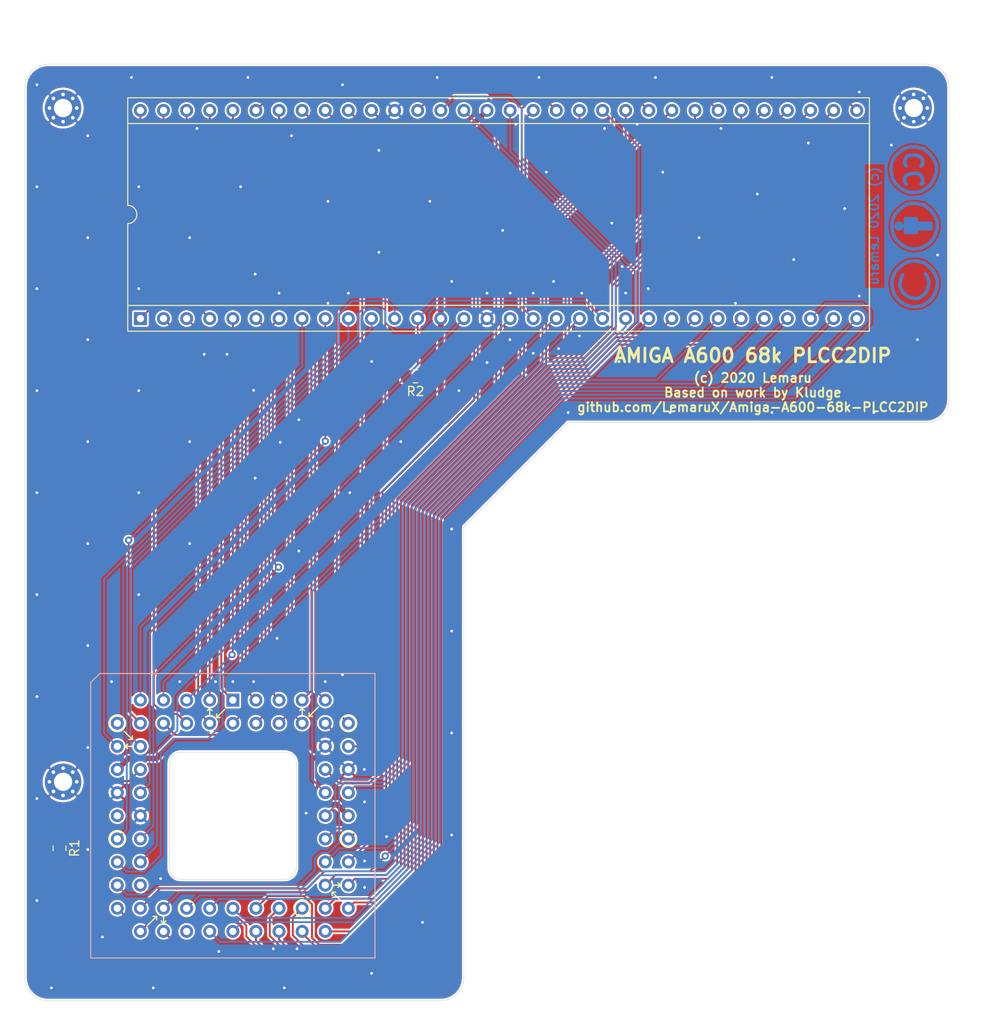
<source format=kicad_pcb>
(kicad_pcb (version 20171130) (host pcbnew "(5.1.6)-1")
  (title_block (title "Amiga A600 68k PLCC2DIP") (date 29/07/20) (rev 1) (comment 1 "Based on work by Kludge") (comment 2 "Design by Lemaru"))
  (layers (0 F.Cu signal) (31 B.Cu signal) (34 B.Paste user) (35 F.Paste user) (36 B.SilkS user) (37 F.SilkS user) (38 B.Mask user) (39 F.Mask user) (44 Edge.Cuts user))
  (net 0 "")
  (net 1 "Net-(R1-Pad1)")
  (net 2 GND)
  (net 3 "Net-(R2-Pad2)")
  (net 4 VCC)
  (net 5 /d13)
  (net 6 /d15)
  (net 7 /a22)
  (net 8 /a19)
  (net 9 /a17)
  (net 10 /a15)
  (net 11 /d12)
  (net 12 /d14)
  (net 13 /a23)
  (net 14 /a21)
  (net 15 /a20)
  (net 16 /a18)
  (net 17 /a16)
  (net 18 /a14)
  (net 19 /a12)
  (net 20 /a10)
  (net 21 /a8)
  (net 22 /a6)
  (net 23 /a4)
  (net 24 /a2)
  (net 25 "Net-(U1-Pad31)")
  (net 26 /fc1)
  (net 27 /~ipl0)
  (net 28 /a13)
  (net 29 /a11)
  (net 30 /a9)
  (net 31 /a7)
  (net 32 /a5)
  (net 33 /a3)
  (net 34 /a1)
  (net 35 /fc0)
  (net 36 /fc2)
  (net 37 /~ipl1)
  (net 38 /~berr)
  (net 39 /e)
  (net 40 /~reset)
  (net 41 "Net-(U1-Pad18)")
  (net 42 /~bgack)
  (net 43 /~dtack)
  (net 44 /~ipl2)
  (net 45 "Net-(U1-Pad23)")
  (net 46 /~vma)
  (net 47 /~halt)
  (net 48 /clk)
  (net 49 /~bg)
  (net 50 /d10)
  (net 51 /d8)
  (net 52 /d6)
  (net 53 /r~w)
  (net 54 /~uds)
  (net 55 /d0)
  (net 56 /d2)
  (net 57 /d4)
  (net 58 /d11)
  (net 59 /d9)
  (net 60 /d7)
  (net 61 /d5)
  (net 62 /~lds)
  (net 63 /~as)
  (net 64 /d1)
  (net 65 /d3)
  (module Symbol:Symbol_CC-ShareAlike_CopperTop_Small (layer B.Cu) (at 204.47 66.04 270)
    (fp_text reference REF** hide)
    (fp_text value Symbol_CC-ShareAlike_CopperTop_Small)
    (fp_line (start 0.59944 2.4003) (end 0 2.49936) (layer B.Cu) (width 0.381))
    (fp_line (start 1.00076 2.30124) (end 0.59944 2.4003) (layer B.Cu) (width 0.381))
    (fp_line (start 1.50114 1.99898) (end 1.00076 2.30124) (layer B.Cu) (width 0.381))
    (fp_line (start 1.99898 1.50114) (end 1.50114 1.99898) (layer B.Cu) (width 0.381))
    (fp_line (start 2.30124 1.00076) (end 1.99898 1.50114) (layer B.Cu) (width 0.381))
    (fp_line (start 2.49936 0.39878) (end 2.30124 1.00076) (layer B.Cu) (width 0.381))
    (fp_line (start 2.49936 -0.20066) (end 2.49936 0.39878) (layer B.Cu) (width 0.381))
    (fp_line (start 2.4003 -0.8001) (end 2.49936 -0.20066) (layer B.Cu) (width 0.381))
    (fp_line (start 1.99898 -1.50114) (end 2.4003 -0.8001) (layer B.Cu) (width 0.381))
    (fp_line (start 1.50114 -1.99898) (end 1.99898 -1.50114) (layer B.Cu) (width 0.381))
    (fp_line (start 0.89916 -2.30124) (end 1.50114 -1.99898) (layer B.Cu) (width 0.381))
    (fp_line (start 0.29972 -2.49936) (end 0.89916 -2.30124) (layer B.Cu) (width 0.381))
    (fp_line (start -0.50038 -2.49936) (end 0.29972 -2.49936) (layer B.Cu) (width 0.381))
    (fp_line (start -1.19888 -2.19964) (end -0.50038 -2.49936) (layer B.Cu) (width 0.381))
    (fp_line (start -1.69926 -1.80086) (end -1.19888 -2.19964) (layer B.Cu) (width 0.381))
    (fp_line (start -2.30124 -1.09982) (end -1.69926 -1.80086) (layer B.Cu) (width 0.381))
    (fp_line (start -2.49936 -0.29972) (end -2.30124 -1.09982) (layer B.Cu) (width 0.381))
    (fp_line (start -2.49936 0.29972) (end -2.49936 -0.29972) (layer B.Cu) (width 0.381))
    (fp_line (start -2.4003 0.8001) (end -2.49936 0.29972) (layer B.Cu) (width 0.381))
    (fp_line (start -2.19964 1.19888) (end -2.4003 0.8001) (layer B.Cu) (width 0.381))
    (fp_line (start -1.69926 1.80086) (end -2.19964 1.19888) (layer B.Cu) (width 0.381))
    (fp_line (start -1.19888 2.19964) (end -1.69926 1.80086) (layer B.Cu) (width 0.381))
    (fp_line (start -0.70104 2.4003) (end -1.19888 2.19964) (layer B.Cu) (width 0.381))
    (fp_line (start -0.09906 2.49936) (end -0.70104 2.4003) (layer B.Cu) (width 0.381))
    (fp_line (start 0 2.49936) (end -0.09906 2.49936) (layer B.Cu) (width 0.381))
    (fp_line (start -0.50038 1.50114) (end -1.00076 1.30048) (layer B.Cu) (width 0.381))
    (fp_line (start -0.09906 1.6002) (end -0.50038 1.50114) (layer B.Cu) (width 0.381))
    (fp_line (start 0.29972 1.6002) (end -0.09906 1.6002) (layer B.Cu) (width 0.381))
    (fp_line (start 0.89916 1.30048) (end 0.29972 1.6002) (layer B.Cu) (width 0.381))
    (fp_line (start 1.19888 1.00076) (end 0.89916 1.30048) (layer B.Cu) (width 0.381))
    (fp_line (start 1.50114 0.50038) (end 1.19888 1.00076) (layer B.Cu) (width 0.381))
    (fp_line (start 1.6002 0) (end 1.50114 0.50038) (layer B.Cu) (width 0.381))
    (fp_line (start 1.6002 -0.39878) (end 1.6002 0) (layer B.Cu) (width 0.381))
    (fp_line (start 1.30048 -0.89916) (end 1.6002 -0.39878) (layer B.Cu) (width 0.381))
    (fp_line (start 0.89916 -1.30048) (end 1.30048 -0.89916) (layer B.Cu) (width 0.381))
    (fp_line (start 0.39878 -1.50114) (end 0.89916 -1.30048) (layer B.Cu) (width 0.381))
    (fp_line (start -0.09906 -1.6002) (end 0.39878 -1.50114) (layer B.Cu) (width 0.381))
    (fp_line (start -0.59944 -1.50114) (end -0.09906 -1.6002) (layer B.Cu) (width 0.381))
    (fp_line (start -1.09982 -1.19888) (end -0.59944 -1.50114) (layer B.Cu) (width 0.381))
  )
  (module Symbol:Symbol_CC-Attribution_CopperTop_Small (layer B.Cu) (at 204.47 59.69 270)
    (fp_text reference REF** hide)
    (fp_text value Symbol_CC-Attribution_CopperTop_Small)
    (fp_line (start 0.59944 2.4003) (end 0 2.49936) (layer B.Cu) (width 0.381))
    (fp_line (start 1.00076 2.30124) (end 0.59944 2.4003) (layer B.Cu) (width 0.381))
    (fp_line (start 1.50114 1.99898) (end 1.00076 2.30124) (layer B.Cu) (width 0.381))
    (fp_line (start 1.99898 1.50114) (end 1.50114 1.99898) (layer B.Cu) (width 0.381))
    (fp_line (start 2.30124 1.00076) (end 1.99898 1.50114) (layer B.Cu) (width 0.381))
    (fp_line (start 2.49936 0.39878) (end 2.30124 1.00076) (layer B.Cu) (width 0.381))
    (fp_line (start 2.49936 -0.20066) (end 2.49936 0.39878) (layer B.Cu) (width 0.381))
    (fp_line (start 2.4003 -0.8001) (end 2.49936 -0.20066) (layer B.Cu) (width 0.381))
    (fp_line (start 1.99898 -1.50114) (end 2.4003 -0.8001) (layer B.Cu) (width 0.381))
    (fp_line (start 1.50114 -1.99898) (end 1.99898 -1.50114) (layer B.Cu) (width 0.381))
    (fp_line (start 0.89916 -2.30124) (end 1.50114 -1.99898) (layer B.Cu) (width 0.381))
    (fp_line (start 0.29972 -2.49936) (end 0.89916 -2.30124) (layer B.Cu) (width 0.381))
    (fp_line (start -0.50038 -2.49936) (end 0.29972 -2.49936) (layer B.Cu) (width 0.381))
    (fp_line (start -1.19888 -2.19964) (end -0.50038 -2.49936) (layer B.Cu) (width 0.381))
    (fp_line (start -1.69926 -1.80086) (end -1.19888 -2.19964) (layer B.Cu) (width 0.381))
    (fp_line (start -2.30124 -1.09982) (end -1.69926 -1.80086) (layer B.Cu) (width 0.381))
    (fp_line (start -2.49936 -0.29972) (end -2.30124 -1.09982) (layer B.Cu) (width 0.381))
    (fp_line (start -2.49936 0.29972) (end -2.49936 -0.29972) (layer B.Cu) (width 0.381))
    (fp_line (start -2.4003 0.8001) (end -2.49936 0.29972) (layer B.Cu) (width 0.381))
    (fp_line (start -2.19964 1.19888) (end -2.4003 0.8001) (layer B.Cu) (width 0.381))
    (fp_line (start -1.69926 1.80086) (end -2.19964 1.19888) (layer B.Cu) (width 0.381))
    (fp_line (start -1.19888 2.19964) (end -1.69926 1.80086) (layer B.Cu) (width 0.381))
    (fp_line (start -0.70104 2.4003) (end -1.19888 2.19964) (layer B.Cu) (width 0.381))
    (fp_line (start -0.09906 2.49936) (end -0.70104 2.4003) (layer B.Cu) (width 0.381))
    (fp_line (start 0 2.49936) (end -0.09906 2.49936) (layer B.Cu) (width 0.381))
    (fp_circle (center 0 1.69926) (end 0.09906 1.39954) (layer B.Cu) (width 0.381))
    (fp_line (start -0.8001 -0.20066) (end -0.8001 1.00076) (layer B.Cu) (width 0.381))
    (fp_line (start 0.70104 -0.20066) (end -0.8001 -0.20066) (layer B.Cu) (width 0.381))
    (fp_line (start 0.70104 1.00076) (end 0.70104 -0.20066) (layer B.Cu) (width 0.381))
    (fp_line (start -0.8001 1.00076) (end 0.70104 1.00076) (layer B.Cu) (width 0.381))
    (fp_line (start -0.29972 -1.80086) (end 0.20066 -1.80086) (layer B.Cu) (width 0.381))
    (fp_line (start -0.29972 -0.29972) (end -0.29972 -1.80086) (layer B.Cu) (width 0.381))
    (fp_line (start 0.29972 -1.80086) (end 0.29972 -0.20066) (layer B.Cu) (width 0.381))
    (fp_line (start 0.09906 -1.80086) (end 0.29972 -1.80086) (layer B.Cu) (width 0.381))
    (fp_line (start 0 -0.29972) (end 0 -1.6002) (layer B.Cu) (width 0.381))
    (fp_line (start -0.8001 0.09906) (end 0.50038 0.09906) (layer B.Cu) (width 0.381))
    (fp_line (start 0.50038 0.39878) (end -0.70104 0.39878) (layer B.Cu) (width 0.381))
    (fp_line (start -0.70104 0.70104) (end 0.59944 0.70104) (layer B.Cu) (width 0.381))
    (fp_line (start 0 1.89992) (end 0 1.50114) (layer B.Cu) (width 0.381))
  )
  (module Symbol:Symbol_CreativeCommons_CopperTop_Type2_Small (layer B.Cu) (at 204.47 53.34 270)
    (fp_text reference REF** hide)
    (fp_text value Symbol_CreativeCommons_CopperTop_Type2_Small)
    (fp_line (start 0.74944 2.5003) (end 0.15 2.59936) (layer B.Cu) (width 0.381))
    (fp_line (start 1.15076 2.40124) (end 0.74944 2.5003) (layer B.Cu) (width 0.381))
    (fp_line (start 1.65114 2.09898) (end 1.15076 2.40124) (layer B.Cu) (width 0.381))
    (fp_line (start 2.14898 1.60114) (end 1.65114 2.09898) (layer B.Cu) (width 0.381))
    (fp_line (start 2.45124 1.10076) (end 2.14898 1.60114) (layer B.Cu) (width 0.381))
    (fp_line (start 2.64936 0.49878) (end 2.45124 1.10076) (layer B.Cu) (width 0.381))
    (fp_line (start 2.64936 -0.10066) (end 2.64936 0.49878) (layer B.Cu) (width 0.381))
    (fp_line (start 2.5503 -0.7001) (end 2.64936 -0.10066) (layer B.Cu) (width 0.381))
    (fp_line (start 2.14898 -1.40114) (end 2.5503 -0.7001) (layer B.Cu) (width 0.381))
    (fp_line (start 1.65114 -1.89898) (end 2.14898 -1.40114) (layer B.Cu) (width 0.381))
    (fp_line (start 1.04916 -2.20124) (end 1.65114 -1.89898) (layer B.Cu) (width 0.381))
    (fp_line (start 0.44972 -2.39936) (end 1.04916 -2.20124) (layer B.Cu) (width 0.381))
    (fp_line (start -0.35038 -2.39936) (end 0.44972 -2.39936) (layer B.Cu) (width 0.381))
    (fp_line (start -1.04888 -2.09964) (end -0.35038 -2.39936) (layer B.Cu) (width 0.381))
    (fp_line (start -1.54926 -1.70086) (end -1.04888 -2.09964) (layer B.Cu) (width 0.381))
    (fp_line (start -2.15124 -0.99982) (end -1.54926 -1.70086) (layer B.Cu) (width 0.381))
    (fp_line (start -2.34936 -0.19972) (end -2.15124 -0.99982) (layer B.Cu) (width 0.381))
    (fp_line (start -2.34936 0.39972) (end -2.34936 -0.19972) (layer B.Cu) (width 0.381))
    (fp_line (start -2.2503 0.9001) (end -2.34936 0.39972) (layer B.Cu) (width 0.381))
    (fp_line (start -2.04964 1.29888) (end -2.2503 0.9001) (layer B.Cu) (width 0.381))
    (fp_line (start -1.54926 1.90086) (end -2.04964 1.29888) (layer B.Cu) (width 0.381))
    (fp_line (start -1.04888 2.29964) (end -1.54926 1.90086) (layer B.Cu) (width 0.381))
    (fp_line (start -0.55104 2.5003) (end -1.04888 2.29964) (layer B.Cu) (width 0.381))
    (fp_line (start 0.05094 2.59936) (end -0.55104 2.5003) (layer B.Cu) (width 0.381))
    (fp_line (start 0.15 2.59936) (end 0.05094 2.59936) (layer B.Cu) (width 0.381))
    (fp_line (start -0.44944 -0.90076) (end -0.24878 -0.7001) (layer B.Cu) (width 0.381))
    (fp_line (start -0.85076 -0.90076) (end -0.44944 -0.90076) (layer B.Cu) (width 0.381))
    (fp_line (start -1.15048 -0.79916) (end -0.85076 -0.90076) (layer B.Cu) (width 0.381))
    (fp_line (start -1.35114 -0.49944) (end -1.15048 -0.79916) (layer B.Cu) (width 0.381))
    (fp_line (start -1.4502 0.00094) (end -1.35114 -0.49944) (layer B.Cu) (width 0.381))
    (fp_line (start -1.4502 0.39972) (end -1.4502 0.00094) (layer B.Cu) (width 0.381))
    (fp_line (start -1.35114 0.80104) (end -1.4502 0.39972) (layer B.Cu) (width 0.381))
    (fp_line (start -1.04888 0.99916) (end -1.35114 0.80104) (layer B.Cu) (width 0.381))
    (fp_line (start -0.6501 1.10076) (end -1.04888 0.99916) (layer B.Cu) (width 0.381))
    (fp_line (start -0.35038 0.99916) (end -0.6501 1.10076) (layer B.Cu) (width 0.381))
    (fp_line (start -0.24878 0.9001) (end -0.35038 0.99916) (layer B.Cu) (width 0.381))
    (fp_line (start 1.65114 -0.90076) (end 1.7502 -0.7001) (layer B.Cu) (width 0.381))
    (fp_line (start 1.34888 -0.90076) (end 1.65114 -0.90076) (layer B.Cu) (width 0.381))
    (fp_line (start 1.15076 -0.90076) (end 1.34888 -0.90076) (layer B.Cu) (width 0.381))
    (fp_line (start 0.74944 -0.7001) (end 1.15076 -0.90076) (layer B.Cu) (width 0.381))
    (fp_line (start 0.54878 -0.29878) (end 0.74944 -0.7001) (layer B.Cu) (width 0.381))
    (fp_line (start 0.54878 0.1) (end 0.54878 -0.29878) (layer B.Cu) (width 0.381))
    (fp_line (start 0.65038 0.60038) (end 0.54878 0.1) (layer B.Cu) (width 0.381))
    (fp_line (start 0.85104 0.99916) (end 0.65038 0.60038) (layer B.Cu) (width 0.381))
    (fp_line (start 1.15076 1.10076) (end 0.85104 0.99916) (layer B.Cu) (width 0.381))
    (fp_line (start 1.45048 1.10076) (end 1.15076 1.10076) (layer B.Cu) (width 0.381))
    (fp_line (start 1.65114 0.99916) (end 1.45048 1.10076) (layer B.Cu) (width 0.381))
    (fp_line (start 1.7502 0.9001) (end 1.65114 0.99916) (layer B.Cu) (width 0.381))
  )
  (module "A600 68k PLCC to DIP64:DIP-64_W22.86mm_Socket_ThinRoundPads_IC" (layer F.Cu) (at 119.38 69.85 90)
    (fp_text reference U2)
    (fp_text value 68000_SOCKET)
    (pad 64 thru_hole circle (at 22.86 0 90) (size 1.4224 1.4224) (drill 0.8) (layers *.Cu *.Mask) (net 61 /d5))
    (pad 32 thru_hole circle (at 0 78.74 90) (size 1.4224 1.4224) (drill 0.8) (layers *.Cu *.Mask) (net 23 /a4))
    (pad 63 thru_hole circle (at 22.86 2.54 90) (size 1.4224 1.4224) (drill 0.8) (layers *.Cu *.Mask) (net 52 /d6))
    (pad 31 thru_hole circle (at 0 76.2 90) (size 1.4224 1.4224) (drill 0.8) (layers *.Cu *.Mask) (net 33 /a3))
    (pad 62 thru_hole circle (at 22.86 5.08 90) (size 1.4224 1.4224) (drill 0.8) (layers *.Cu *.Mask) (net 60 /d7))
    (pad 30 thru_hole circle (at 0 73.66 90) (size 1.4224 1.4224) (drill 0.8) (layers *.Cu *.Mask) (net 24 /a2))
    (pad 61 thru_hole circle (at 22.86 7.62 90) (size 1.4224 1.4224) (drill 0.8) (layers *.Cu *.Mask) (net 51 /d8))
    (pad 29 thru_hole circle (at 0 71.12 90) (size 1.4224 1.4224) (drill 0.8) (layers *.Cu *.Mask) (net 34 /a1))
    (pad 60 thru_hole circle (at 22.86 10.16 90) (size 1.4224 1.4224) (drill 0.8) (layers *.Cu *.Mask) (net 59 /d9))
    (pad 28 thru_hole circle (at 0 68.58 90) (size 1.4224 1.4224) (drill 0.8) (layers *.Cu *.Mask) (net 35 /fc0))
    (pad 59 thru_hole circle (at 22.86 12.7 90) (size 1.4224 1.4224) (drill 0.8) (layers *.Cu *.Mask) (net 50 /d10))
    (pad 27 thru_hole circle (at 0 66.04 90) (size 1.4224 1.4224) (drill 0.8) (layers *.Cu *.Mask) (net 26 /fc1))
    (pad 58 thru_hole circle (at 22.86 15.24 90) (size 1.4224 1.4224) (drill 0.8) (layers *.Cu *.Mask) (net 58 /d11))
    (pad 26 thru_hole circle (at 0 63.5 90) (size 1.4224 1.4224) (drill 0.8) (layers *.Cu *.Mask) (net 36 /fc2))
    (pad 57 thru_hole circle (at 22.86 17.78 90) (size 1.4224 1.4224) (drill 0.8) (layers *.Cu *.Mask) (net 11 /d12))
    (pad 25 thru_hole circle (at 0 60.96 90) (size 1.4224 1.4224) (drill 0.8) (layers *.Cu *.Mask) (net 27 /~ipl0))
    (pad 56 thru_hole circle (at 22.86 20.32 90) (size 1.4224 1.4224) (drill 0.8) (layers *.Cu *.Mask) (net 5 /d13))
    (pad 24 thru_hole circle (at 0 58.42 90) (size 1.4224 1.4224) (drill 0.8) (layers *.Cu *.Mask) (net 37 /~ipl1))
    (pad 55 thru_hole circle (at 22.86 22.86 90) (size 1.4224 1.4224) (drill 0.8) (layers *.Cu *.Mask) (net 12 /d14))
    (pad 23 thru_hole circle (at 0 55.88 90) (size 1.4224 1.4224) (drill 0.8) (layers *.Cu *.Mask) (net 44 /~ipl2))
    (pad 54 thru_hole circle (at 22.86 25.4 90) (size 1.4224 1.4224) (drill 0.8) (layers *.Cu *.Mask) (net 6 /d15))
    (pad 22 thru_hole circle (at 0 53.34 90) (size 1.4224 1.4224) (drill 0.8) (layers *.Cu *.Mask) (net 38 /~berr))
    (pad 53 thru_hole circle (at 22.86 27.94 90) (size 1.4224 1.4224) (drill 0.8) (layers *.Cu *.Mask) (net 2 GND))
    (pad 21 thru_hole circle (at 0 50.8 90) (size 1.4224 1.4224) (drill 0.8) (layers *.Cu *.Mask) (net 3 "Net-(R2-Pad2)"))
    (pad 52 thru_hole circle (at 22.86 30.48 90) (size 1.4224 1.4224) (drill 0.8) (layers *.Cu *.Mask) (net 13 /a23))
    (pad 20 thru_hole circle (at 0 48.26 90) (size 1.4224 1.4224) (drill 0.8) (layers *.Cu *.Mask) (net 39 /e))
    (pad 51 thru_hole circle (at 22.86 33.02 90) (size 1.4224 1.4224) (drill 0.8) (layers *.Cu *.Mask) (net 7 /a22))
    (pad 19 thru_hole circle (at 0 45.72 90) (size 1.4224 1.4224) (drill 0.8) (layers *.Cu *.Mask) (net 46 /~vma))
    (pad 50 thru_hole circle (at 22.86 35.56 90) (size 1.4224 1.4224) (drill 0.8) (layers *.Cu *.Mask) (net 14 /a21))
    (pad 18 thru_hole circle (at 0 43.18 90) (size 1.4224 1.4224) (drill 0.8) (layers *.Cu *.Mask) (net 40 /~reset))
    (pad 49 thru_hole circle (at 22.86 38.1 90) (size 1.4224 1.4224) (drill 0.8) (layers *.Cu *.Mask) (net 4 VCC))
    (pad 17 thru_hole circle (at 0 40.64 90) (size 1.4224 1.4224) (drill 0.8) (layers *.Cu *.Mask) (net 47 /~halt))
    (pad 48 thru_hole circle (at 22.86 40.64 90) (size 1.4224 1.4224) (drill 0.8) (layers *.Cu *.Mask) (net 15 /a20))
    (pad 16 thru_hole circle (at 0 38.1 90) (size 1.4224 1.4224) (drill 0.8) (layers *.Cu *.Mask) (net 2 GND))
    (pad 47 thru_hole circle (at 22.86 43.18 90) (size 1.4224 1.4224) (drill 0.8) (layers *.Cu *.Mask) (net 8 /a19))
    (pad 15 thru_hole circle (at 0 35.56 90) (size 1.4224 1.4224) (drill 0.8) (layers *.Cu *.Mask) (net 48 /clk))
    (pad 46 thru_hole circle (at 22.86 45.72 90) (size 1.4224 1.4224) (drill 0.8) (layers *.Cu *.Mask) (net 16 /a18))
    (pad 14 thru_hole circle (at 0 33.02 90) (size 1.4224 1.4224) (drill 0.8) (layers *.Cu *.Mask) (net 4 VCC))
    (pad 45 thru_hole circle (at 22.86 48.26 90) (size 1.4224 1.4224) (drill 0.8) (layers *.Cu *.Mask) (net 9 /a17))
    (pad 13 thru_hole circle (at 0 30.48 90) (size 1.4224 1.4224) (drill 0.8) (layers *.Cu *.Mask) (net 3 "Net-(R2-Pad2)"))
    (pad 44 thru_hole circle (at 22.86 50.8 90) (size 1.4224 1.4224) (drill 0.8) (layers *.Cu *.Mask) (net 17 /a16))
    (pad 12 thru_hole circle (at 0 27.94 90) (size 1.4224 1.4224) (drill 0.8) (layers *.Cu *.Mask) (net 42 /~bgack))
    (pad 43 thru_hole circle (at 22.86 53.34 90) (size 1.4224 1.4224) (drill 0.8) (layers *.Cu *.Mask) (net 10 /a15))
    (pad 11 thru_hole circle (at 0 25.4 90) (size 1.4224 1.4224) (drill 0.8) (layers *.Cu *.Mask) (net 49 /~bg))
    (pad 42 thru_hole circle (at 22.86 55.88 90) (size 1.4224 1.4224) (drill 0.8) (layers *.Cu *.Mask) (net 18 /a14))
    (pad 10 thru_hole circle (at 0 22.86 90) (size 1.4224 1.4224) (drill 0.8) (layers *.Cu *.Mask) (net 43 /~dtack))
    (pad 41 thru_hole circle (at 22.86 58.42 90) (size 1.4224 1.4224) (drill 0.8) (layers *.Cu *.Mask) (net 28 /a13))
    (pad 9 thru_hole circle (at 0 20.32 90) (size 1.4224 1.4224) (drill 0.8) (layers *.Cu *.Mask) (net 53 /r~w))
    (pad 40 thru_hole circle (at 22.86 60.96 90) (size 1.4224 1.4224) (drill 0.8) (layers *.Cu *.Mask) (net 19 /a12))
    (pad 8 thru_hole circle (at 0 17.78 90) (size 1.4224 1.4224) (drill 0.8) (layers *.Cu *.Mask) (net 62 /~lds))
    (pad 39 thru_hole circle (at 22.86 63.5 90) (size 1.4224 1.4224) (drill 0.8) (layers *.Cu *.Mask) (net 29 /a11))
    (pad 7 thru_hole circle (at 0 15.24 90) (size 1.4224 1.4224) (drill 0.8) (layers *.Cu *.Mask) (net 54 /~uds))
    (pad 38 thru_hole circle (at 22.86 66.04 90) (size 1.4224 1.4224) (drill 0.8) (layers *.Cu *.Mask) (net 20 /a10))
    (pad 6 thru_hole circle (at 0 12.7 90) (size 1.4224 1.4224) (drill 0.8) (layers *.Cu *.Mask) (net 63 /~as))
    (pad 37 thru_hole circle (at 22.86 68.58 90) (size 1.4224 1.4224) (drill 0.8) (layers *.Cu *.Mask) (net 30 /a9))
    (pad 5 thru_hole circle (at 0 10.16 90) (size 1.4224 1.4224) (drill 0.8) (layers *.Cu *.Mask) (net 55 /d0))
    (pad 36 thru_hole circle (at 22.86 71.12 90) (size 1.4224 1.4224) (drill 0.8) (layers *.Cu *.Mask) (net 21 /a8))
    (pad 4 thru_hole circle (at 0 7.62 90) (size 1.4224 1.4224) (drill 0.8) (layers *.Cu *.Mask) (net 64 /d1))
    (pad 35 thru_hole circle (at 22.86 73.66 90) (size 1.4224 1.4224) (drill 0.8) (layers *.Cu *.Mask) (net 31 /a7))
    (pad 3 thru_hole circle (at 0 5.08 90) (size 1.4224 1.4224) (drill 0.8) (layers *.Cu *.Mask) (net 56 /d2))
    (pad 34 thru_hole circle (at 22.86 76.2 90) (size 1.4224 1.4224) (drill 0.8) (layers *.Cu *.Mask) (net 22 /a6))
    (pad 2 thru_hole circle (at 0 2.54 90) (size 1.4224 1.4224) (drill 0.8) (layers *.Cu *.Mask) (net 65 /d3))
    (pad 33 thru_hole circle (at 22.86 78.74 90) (size 1.4224 1.4224) (drill 0.8) (layers *.Cu *.Mask) (net 32 /a5))
    (pad 1 thru_hole rect (at 0 0 90) (size 1.4224 1.4224) (drill 0.8) (layers *.Cu *.Mask) (net 57 /d4))
  )
  (module "A600 68k PLCC to DIP64:MountingHole_2mm_Pad_Via" (layer F.Cu) (at 204.38 46.73 90)
    (fp_text reference H3)
    (fp_text value MountingHole_Pad)
    (pad 1 thru_hole circle (at 1.061 -1.061 90) (size 0.7 0.7) (drill 0.4) (layers *.Cu *.Mask) (net 2 GND))
    (pad 1 thru_hole circle (at 0 -1.5 90) (size 0.7 0.7) (drill 0.4) (layers *.Cu *.Mask) (net 2 GND))
    (pad 1 thru_hole circle (at -1.061 -1.061 90) (size 0.7 0.7) (drill 0.4) (layers *.Cu *.Mask) (net 2 GND))
    (pad 1 thru_hole circle (at -1.5 0 90) (size 0.7 0.7) (drill 0.4) (layers *.Cu *.Mask) (net 2 GND))
    (pad 1 thru_hole circle (at -1.061 1.061 90) (size 0.7 0.7) (drill 0.4) (layers *.Cu *.Mask) (net 2 GND))
    (pad 1 thru_hole circle (at 0 1.5 90) (size 0.7 0.7) (drill 0.4) (layers *.Cu *.Mask) (net 2 GND))
    (pad 1 thru_hole circle (at 1.061 1.061 90) (size 0.7 0.7) (drill 0.4) (layers *.Cu *.Mask) (net 2 GND))
    (pad 1 thru_hole circle (at 1.5 0 90) (size 0.7 0.7) (drill 0.4) (layers *.Cu *.Mask) (net 2 GND))
    (pad 1 thru_hole circle (at 0 0 90) (size 4 4) (drill 2) (layers *.Cu *.Mask) (net 2 GND))
  )
  (module "A600 68k PLCC to DIP64:MountingHole_2mm_Pad_Via" (layer F.Cu) (at 110.88 46.73)
    (fp_text reference H2)
    (fp_text value MountingHole_Pad)
    (pad 1 thru_hole circle (at 0 0) (size 4 4) (drill 2) (layers *.Cu *.Mask) (net 2 GND))
    (pad 1 thru_hole circle (at 1.5 0) (size 0.7 0.7) (drill 0.4) (layers *.Cu *.Mask) (net 2 GND))
    (pad 1 thru_hole circle (at 1.061 1.061) (size 0.7 0.7) (drill 0.4) (layers *.Cu *.Mask) (net 2 GND))
    (pad 1 thru_hole circle (at 0 1.5) (size 0.7 0.7) (drill 0.4) (layers *.Cu *.Mask) (net 2 GND))
    (pad 1 thru_hole circle (at -1.061 1.061) (size 0.7 0.7) (drill 0.4) (layers *.Cu *.Mask) (net 2 GND))
    (pad 1 thru_hole circle (at -1.5 0) (size 0.7 0.7) (drill 0.4) (layers *.Cu *.Mask) (net 2 GND))
    (pad 1 thru_hole circle (at -1.061 -1.061) (size 0.7 0.7) (drill 0.4) (layers *.Cu *.Mask) (net 2 GND))
    (pad 1 thru_hole circle (at 0 -1.5) (size 0.7 0.7) (drill 0.4) (layers *.Cu *.Mask) (net 2 GND))
    (pad 1 thru_hole circle (at 1.061 -1.061) (size 0.7 0.7) (drill 0.4) (layers *.Cu *.Mask) (net 2 GND))
  )
  (module "A600 68k PLCC to DIP64:MountingHole_2mm_Pad_Via" (layer F.Cu) (at 110.88 120.73)
    (fp_text reference H1)
    (fp_text value MountingHole_Pad)
    (pad 1 thru_hole circle (at 0 0) (size 4 4) (drill 2) (layers *.Cu *.Mask) (net 2 GND))
    (pad 1 thru_hole circle (at 1.5 0) (size 0.7 0.7) (drill 0.4) (layers *.Cu *.Mask) (net 2 GND))
    (pad 1 thru_hole circle (at 1.061 1.061) (size 0.7 0.7) (drill 0.4) (layers *.Cu *.Mask) (net 2 GND))
    (pad 1 thru_hole circle (at 0 1.5) (size 0.7 0.7) (drill 0.4) (layers *.Cu *.Mask) (net 2 GND))
    (pad 1 thru_hole circle (at -1.061 1.061) (size 0.7 0.7) (drill 0.4) (layers *.Cu *.Mask) (net 2 GND))
    (pad 1 thru_hole circle (at -1.5 0) (size 0.7 0.7) (drill 0.4) (layers *.Cu *.Mask) (net 2 GND))
    (pad 1 thru_hole circle (at -1.061 -1.061) (size 0.7 0.7) (drill 0.4) (layers *.Cu *.Mask) (net 2 GND))
    (pad 1 thru_hole circle (at 0 -1.5) (size 0.7 0.7) (drill 0.4) (layers *.Cu *.Mask) (net 2 GND))
    (pad 1 thru_hole circle (at 1.061 -1.061) (size 0.7 0.7) (drill 0.4) (layers *.Cu *.Mask) (net 2 GND))
  )
  (module "A600 68k PLCC to DIP64:PLCC-68_THT-SocketUpsideDown" (layer F.Cu) (at 129.54 111.76)
    (fp_text reference U1 hide)
    (fp_text value MC68000_PLCC68)
    (pad 60 thru_hole circle (at 12.7 2.54) (size 1.4224 1.4224) (drill 0.8) (layers *.Cu *.Mask) (net 5 /d13))
    (pad 58 thru_hole circle (at 12.7 5.08) (size 1.4224 1.4224) (drill 0.8) (layers *.Cu *.Mask) (net 6 /d15))
    (pad 56 thru_hole circle (at 12.7 7.62) (size 1.4224 1.4224) (drill 0.8) (layers *.Cu *.Mask) (net 2 GND))
    (pad 54 thru_hole circle (at 12.7 10.16) (size 1.4224 1.4224) (drill 0.8) (layers *.Cu *.Mask) (net 7 /a22))
    (pad 52 thru_hole circle (at 12.7 12.7) (size 1.4224 1.4224) (drill 0.8) (layers *.Cu *.Mask) (net 4 VCC))
    (pad 50 thru_hole circle (at 12.7 15.24) (size 1.4224 1.4224) (drill 0.8) (layers *.Cu *.Mask) (net 8 /a19))
    (pad 48 thru_hole circle (at 12.7 17.78) (size 1.4224 1.4224) (drill 0.8) (layers *.Cu *.Mask) (net 9 /a17))
    (pad 46 thru_hole circle (at 12.7 20.32) (size 1.4224 1.4224) (drill 0.8) (layers *.Cu *.Mask) (net 10 /a15))
    (pad 61 thru_hole circle (at 10.16 0) (size 1.4224 1.4224) (drill 0.8) (layers *.Cu *.Mask) (net 11 /d12))
    (pad 59 thru_hole circle (at 10.16 2.54) (size 1.4224 1.4224) (drill 0.8) (layers *.Cu *.Mask) (net 12 /d14))
    (pad 57 thru_hole circle (at 10.16 5.08) (size 1.4224 1.4224) (drill 0.8) (layers *.Cu *.Mask) (net 2 GND))
    (pad 55 thru_hole circle (at 10.16 7.62) (size 1.4224 1.4224) (drill 0.8) (layers *.Cu *.Mask) (net 13 /a23))
    (pad 53 thru_hole circle (at 10.16 10.16) (size 1.4224 1.4224) (drill 0.8) (layers *.Cu *.Mask) (net 14 /a21))
    (pad 51 thru_hole circle (at 10.16 12.7) (size 1.4224 1.4224) (drill 0.8) (layers *.Cu *.Mask) (net 15 /a20))
    (pad 49 thru_hole circle (at 10.16 15.24) (size 1.4224 1.4224) (drill 0.8) (layers *.Cu *.Mask) (net 16 /a18))
    (pad 47 thru_hole circle (at 10.16 17.78) (size 1.4224 1.4224) (drill 0.8) (layers *.Cu *.Mask) (net 17 /a16))
    (pad 45 thru_hole circle (at 10.16 20.32) (size 1.4224 1.4224) (drill 0.8) (layers *.Cu *.Mask) (net 18 /a14))
    (pad 43 thru_hole circle (at 10.16 25.4) (size 1.4224 1.4224) (drill 0.8) (layers *.Cu *.Mask) (net 19 /a12))
    (pad 41 thru_hole circle (at 7.62 25.4) (size 1.4224 1.4224) (drill 0.8) (layers *.Cu *.Mask) (net 20 /a10))
    (pad 39 thru_hole circle (at 5.08 25.4) (size 1.4224 1.4224) (drill 0.8) (layers *.Cu *.Mask) (net 21 /a8))
    (pad 37 thru_hole circle (at 2.54 25.4) (size 1.4224 1.4224) (drill 0.8) (layers *.Cu *.Mask) (net 22 /a6))
    (pad 35 thru_hole circle (at 0 25.4) (size 1.4224 1.4224) (drill 0.8) (layers *.Cu *.Mask) (net 23 /a4))
    (pad 33 thru_hole circle (at -2.54 25.4) (size 1.4224 1.4224) (drill 0.8) (layers *.Cu *.Mask) (net 24 /a2))
    (pad 31 thru_hole circle (at -5.08 25.4) (size 1.4224 1.4224) (drill 0.8) (layers *.Cu *.Mask) (net 25 "Net-(U1-Pad31)"))
    (pad 29 thru_hole circle (at -7.62 25.4) (size 1.4224 1.4224) (drill 0.8) (layers *.Cu *.Mask) (net 26 /fc1))
    (pad 27 thru_hole circle (at -10.16 25.4) (size 1.4224 1.4224) (drill 0.8) (layers *.Cu *.Mask) (net 27 /~ipl0))
    (pad 44 thru_hole circle (at 12.7 22.86) (size 1.4224 1.4224) (drill 0.8) (layers *.Cu *.Mask) (net 28 /a13))
    (pad 42 thru_hole circle (at 10.16 22.86) (size 1.4224 1.4224) (drill 0.8) (layers *.Cu *.Mask) (net 29 /a11))
    (pad 40 thru_hole circle (at 7.62 22.86) (size 1.4224 1.4224) (drill 0.8) (layers *.Cu *.Mask) (net 30 /a9))
    (pad 38 thru_hole circle (at 5.08 22.86) (size 1.4224 1.4224) (drill 0.8) (layers *.Cu *.Mask) (net 31 /a7))
    (pad 36 thru_hole circle (at 2.54 22.86) (size 1.4224 1.4224) (drill 0.8) (layers *.Cu *.Mask) (net 32 /a5))
    (pad 34 thru_hole circle (at 0 22.86) (size 1.4224 1.4224) (drill 0.8) (layers *.Cu *.Mask) (net 33 /a3))
    (pad 32 thru_hole circle (at -2.54 22.86) (size 1.4224 1.4224) (drill 0.8) (layers *.Cu *.Mask) (net 34 /a1))
    (pad 30 thru_hole circle (at -5.08 22.86) (size 1.4224 1.4224) (drill 0.8) (layers *.Cu *.Mask) (net 35 /fc0))
    (pad 28 thru_hole circle (at -7.62 22.86) (size 1.4224 1.4224) (drill 0.8) (layers *.Cu *.Mask) (net 36 /fc2))
    (pad 26 thru_hole circle (at -12.7 22.86) (size 1.4224 1.4224) (drill 0.8) (layers *.Cu *.Mask) (net 37 /~ipl1))
    (pad 24 thru_hole circle (at -12.7 20.32) (size 1.4224 1.4224) (drill 0.8) (layers *.Cu *.Mask) (net 38 /~berr))
    (pad 22 thru_hole circle (at -12.7 17.78) (size 1.4224 1.4224) (drill 0.8) (layers *.Cu *.Mask) (net 39 /e))
    (pad 20 thru_hole circle (at -12.7 15.24) (size 1.4224 1.4224) (drill 0.8) (layers *.Cu *.Mask) (net 40 /~reset))
    (pad 18 thru_hole circle (at -12.7 12.7) (size 1.4224 1.4224) (drill 0.8) (layers *.Cu *.Mask) (net 41 "Net-(U1-Pad18)"))
    (pad 16 thru_hole circle (at -12.7 10.16) (size 1.4224 1.4224) (drill 0.8) (layers *.Cu *.Mask) (net 2 GND))
    (pad 14 thru_hole circle (at -12.7 7.62) (size 1.4224 1.4224) (drill 0.8) (layers *.Cu *.Mask) (net 4 VCC))
    (pad 12 thru_hole circle (at -12.7 5.08) (size 1.4224 1.4224) (drill 0.8) (layers *.Cu *.Mask) (net 42 /~bgack))
    (pad 10 thru_hole circle (at -12.7 2.54) (size 1.4224 1.4224) (drill 0.8) (layers *.Cu *.Mask) (net 43 /~dtack))
    (pad 25 thru_hole circle (at -10.16 22.86) (size 1.4224 1.4224) (drill 0.8) (layers *.Cu *.Mask) (net 44 /~ipl2))
    (pad 23 thru_hole circle (at -10.16 20.32) (size 1.4224 1.4224) (drill 0.8) (layers *.Cu *.Mask) (net 45 "Net-(U1-Pad23)"))
    (pad 21 thru_hole circle (at -10.16 17.78) (size 1.4224 1.4224) (drill 0.8) (layers *.Cu *.Mask) (net 46 /~vma))
    (pad 19 thru_hole circle (at -10.16 15.24) (size 1.4224 1.4224) (drill 0.8) (layers *.Cu *.Mask) (net 47 /~halt))
    (pad 17 thru_hole circle (at -10.16 12.7) (size 1.4224 1.4224) (drill 0.8) (layers *.Cu *.Mask) (net 2 GND))
    (pad 15 thru_hole circle (at -10.16 10.16) (size 1.4224 1.4224) (drill 0.8) (layers *.Cu *.Mask) (net 48 /clk))
    (pad 13 thru_hole circle (at -10.16 7.62) (size 1.4224 1.4224) (drill 0.8) (layers *.Cu *.Mask) (net 1 "Net-(R1-Pad1)"))
    (pad 11 thru_hole circle (at -10.16 5.08) (size 1.4224 1.4224) (drill 0.8) (layers *.Cu *.Mask) (net 49 /~bg))
    (pad 63 thru_hole circle (at 7.62 0) (size 1.4224 1.4224) (drill 0.8) (layers *.Cu *.Mask) (net 50 /d10))
    (pad 65 thru_hole circle (at 5.08 0) (size 1.4224 1.4224) (drill 0.8) (layers *.Cu *.Mask) (net 51 /d8))
    (pad 67 thru_hole circle (at 2.54 0) (size 1.4224 1.4224) (drill 0.8) (layers *.Cu *.Mask) (net 52 /d6))
    (pad 9 thru_hole circle (at -10.16 0) (size 1.4224 1.4224) (drill 0.8) (layers *.Cu *.Mask) (net 53 /r~w))
    (pad 7 thru_hole circle (at -7.62 0) (size 1.4224 1.4224) (drill 0.8) (layers *.Cu *.Mask) (net 54 /~uds))
    (pad 5 thru_hole circle (at -5.08 0) (size 1.4224 1.4224) (drill 0.8) (layers *.Cu *.Mask) (net 55 /d0))
    (pad 3 thru_hole circle (at -2.54 0) (size 1.4224 1.4224) (drill 0.8) (layers *.Cu *.Mask) (net 56 /d2))
    (pad 1 thru_hole rect (at 0 0) (size 1.4224 1.4224) (drill 0.8) (layers *.Cu *.Mask) (net 57 /d4))
    (pad 62 thru_hole circle (at 7.62 2.54) (size 1.4224 1.4224) (drill 0.8) (layers *.Cu *.Mask) (net 58 /d11))
    (pad 64 thru_hole circle (at 5.08 2.54) (size 1.4224 1.4224) (drill 0.8) (layers *.Cu *.Mask) (net 59 /d9))
    (pad 66 thru_hole circle (at 2.54 2.54) (size 1.4224 1.4224) (drill 0.8) (layers *.Cu *.Mask) (net 60 /d7))
    (pad 68 thru_hole circle (at 0 2.54) (size 1.4224 1.4224) (drill 0.8) (layers *.Cu *.Mask) (net 61 /d5))
    (pad 8 thru_hole circle (at -10.16 2.54) (size 1.4224 1.4224) (drill 0.8) (layers *.Cu *.Mask) (net 62 /~lds))
    (pad 6 thru_hole circle (at -7.62 2.54) (size 1.4224 1.4224) (drill 0.8) (layers *.Cu *.Mask) (net 63 /~as))
    (pad 4 thru_hole circle (at -5.08 2.54) (size 1.4224 1.4224) (drill 0.8) (layers *.Cu *.Mask) (net 64 /d1))
    (pad 2 thru_hole circle (at -2.54 2.54) (size 1.4224 1.4224) (drill 0.8) (layers *.Cu *.Mask) (net 65 /d3))
  )
  (module Resistor_SMD:R_0805_2012Metric_Pad1.15x1.40mm_HandSolder (layer F.Cu) (at 110.49 128.025 270)
    (fp_text reference R1 (at 0 -1.65 90) (layer F.SilkS))
    (fp_text value 220R)
    (pad 1 smd roundrect (at -1.025 0 270) (size 1.15 1.4) (layers F.Cu F.Paste F.Mask) (roundrect_rratio 0.217391) (net 1 "Net-(R1-Pad1)"))
    (pad 2 smd roundrect (at 1.025 0 270) (size 1.15 1.4) (layers F.Cu F.Paste F.Mask) (roundrect_rratio 0.217391) (net 2 GND))
  )
  (module Resistor_SMD:R_0805_2012Metric_Pad1.15x1.40mm_HandSolder (layer F.Cu) (at 149.615 76.2 180)
    (fp_text reference R2 (at 0 -1.65) (layer F.SilkS))
    (fp_text value 1k)
    (pad 1 smd roundrect (at -1.025 0 180) (size 1.15 1.4) (layers F.Cu F.Paste F.Mask) (roundrect_rratio 0.217391) (net 4 VCC))
    (pad 2 smd roundrect (at 1.025 0 180) (size 1.15 1.4) (layers F.Cu F.Paste F.Mask) (roundrect_rratio 0.217391) (net 3 "Net-(R2-Pad2)"))
  )
  (gr_text "(c) 2020 Lemaru" (at 200.025 59.69 90) (layer B.Cu) (effects (font (size 1 1) (thickness 0.2)) (justify mirror)))
  (gr_text "(c) 2020 Lemaru\nBased on work by Kludge\ngithub.com/LemaruX/Amiga-A600-68k-PLCC2DIP" (at 186.69 77.978) (layer F.SilkS) (effects (font (size 1 1) (thickness 0.2))))
  (gr_text "AMIGA A600 68k PLCC2DIP" (at 186.69 73.914) (layer F.SilkS) (effects (font (size 1.5 1.5) (thickness 0.3))))
  (gr_line (start 166.37 81.28) (end 154.94 92.71) (layer Edge.Cuts) (width 0.05))
  (gr_arc (start 205.74 78.74) (end 205.74 81.28) (angle -90) (layer Edge.Cuts) (width 0.05))
  (gr_arc (start 205.74 44.45) (end 208.28 44.45) (angle -90) (layer Edge.Cuts) (width 0.05))
  (gr_arc (start 109.22 44.45) (end 109.22 41.91) (angle -90) (layer Edge.Cuts) (width 0.05))
  (gr_arc (start 152.4 142.24) (end 152.4 144.78) (angle -90) (layer Edge.Cuts) (width 0.05))
  (gr_arc (start 109.22 142.24) (end 106.68 142.24) (angle -90) (layer Edge.Cuts) (width 0.05))
  (gr_arc (start 123.825 130.175) (end 122.555 130.175) (angle -90) (layer Edge.Cuts) (width 0.05))
  (gr_arc (start 135.255 130.175) (end 135.255 131.445) (angle -90) (layer Edge.Cuts) (width 0.05))
  (gr_arc (start 135.255 118.745) (end 136.525 118.745) (angle -90) (layer Edge.Cuts) (width 0.05))
  (gr_arc (start 123.825 118.745) (end 123.825 117.475) (angle -90) (layer Edge.Cuts) (width 0.05))
  (gr_line (start 123.825 117.475) (end 135.255 117.475) (layer Edge.Cuts) (width 0.05))
  (gr_line (start 122.555 130.175) (end 122.555 118.745) (layer Edge.Cuts) (width 0.05))
  (gr_line (start 135.255 131.445) (end 123.825 131.445) (layer Edge.Cuts) (width 0.05))
  (gr_line (start 136.525 118.745) (end 136.525 130.175) (layer Edge.Cuts) (width 0.05))
  (gr_line (start 166.37 81.28) (end 205.74 81.28) (layer Edge.Cuts) (width 0.05))
  (gr_line (start 205.74 41.91) (end 109.22 41.91) (layer Edge.Cuts) (width 0.05))
  (gr_line (start 208.28 44.45) (end 208.28 78.74) (layer Edge.Cuts) (width 0.05))
  (gr_line (start 106.68 44.45) (end 106.68 142.24) (layer Edge.Cuts) (width 0.05))
  (gr_line (start 154.94 92.71) (end 154.94 142.24) (layer Edge.Cuts) (width 0.05))
  (gr_line (start 152.4 144.78) (end 109.22 144.78) (layer Edge.Cuts) (width 0.05))
  (segment (start 110.49 127) (end 110.49 126.8027) (width 0.2032) (layer F.Cu) (net 1))
  (segment (start 110.49 126.8027) (end 116.6427 120.65) (width 0.2032) (layer F.Cu) (net 1))
  (segment (start 116.6427 120.65) (end 118.11 120.65) (width 0.2032) (layer F.Cu) (net 1))
  (segment (start 118.11 120.65) (end 119.38 119.38) (width 0.2032) (layer F.Cu) (net 1))
  (via (at 172.339 64.135) (size 0.6) (drill 0.3) (layers F.Cu B.Cu) (net 2))
  (via (at 134.62 67.056) (size 0.6) (drill 0.3) (layers F.Cu B.Cu) (net 2))
  (via (at 162.56 67.056) (size 0.6) (drill 0.3) (layers F.Cu B.Cu) (net 2))
  (via (at 160.02 67.056) (size 0.6) (drill 0.3) (layers F.Cu B.Cu) (net 2))
  (via (at 157.48 67.056) (size 0.6) (drill 0.3) (layers F.Cu B.Cu) (net 2))
  (via (at 157.48 74.676) (size 0.6) (drill 0.3) (layers F.Cu B.Cu) (net 2))
  (via (at 162.56 73.66) (size 0.6) (drill 0.3) (layers F.Cu B.Cu) (net 2))
  (via (at 167.64 71.755) (size 0.6) (drill 0.3) (layers F.Cu B.Cu) (net 2))
  (via (at 165.354 73.152) (size 0.6) (drill 0.3) (layers F.Cu B.Cu) (net 2))
  (via (at 167.894 67.056) (size 0.6) (drill 0.3) (layers F.Cu B.Cu) (net 2))
  (via (at 173.99 48.514) (size 0.6) (drill 0.3) (layers F.Cu B.Cu) (net 2))
  (via (at 144.018 122.936) (size 0.6) (drill 0.3) (layers F.Cu B.Cu) (net 2))
  (via (at 123.698 109.728) (size 0.6) (drill 0.3) (layers F.Cu B.Cu) (net 2))
  (via (at 116.205 109.728) (size 0.6) (drill 0.3) (layers F.Cu B.Cu) (net 2))
  (via (at 131.826 77.724) (size 0.6) (drill 0.3) (layers F.Cu B.Cu) (net 2))
  (via (at 134.747 83.439) (size 0.6) (drill 0.3) (layers F.Cu B.Cu) (net 2))
  (via (at 133.985 139.065) (size 0.6) (drill 0.3) (layers F.Cu B.Cu) (net 2))
  (via (at 146.431 126.746) (size 0.6) (drill 0.3) (layers F.Cu B.Cu) (net 2))
  (via (at 136.5885 139.065) (size 0.6) (drill 0.3) (layers F.Cu B.Cu) (net 2))
  (via (at 160.655 48.514) (size 0.6) (drill 0.3) (layers F.Cu B.Cu) (net 2))
  (via (at 127.635 109.728) (size 0.6) (drill 0.3) (layers F.Cu B.Cu) (net 2))
  (via (at 144.018 129.413) (size 0.6) (drill 0.3) (layers F.Cu B.Cu) (net 2))
  (via (at 144.018 132.334) (size 0.6) (drill 0.3) (layers F.Cu B.Cu) (net 2))
  (via (at 131.826 109.728) (size 0.6) (drill 0.3) (layers F.Cu B.Cu) (net 2))
  (via (at 172.72 67.056) (size 0.6) (drill 0.3) (layers F.Cu B.Cu) (net 2))
  (via (at 107.995476 44.17) (size 0.6) (drill 0.3) (layers F.Cu B.Cu) (net 2))
  (via (at 107.995476 55.37) (size 0.6) (drill 0.3) (layers F.Cu B.Cu) (net 2))
  (via (at 107.995476 66.57) (size 0.6) (drill 0.3) (layers F.Cu B.Cu) (net 2))
  (via (at 107.995476 77.77) (size 0.6) (drill 0.3) (layers F.Cu B.Cu) (net 2))
  (via (at 107.995476 88.97) (size 0.6) (drill 0.3) (layers F.Cu B.Cu) (net 2))
  (via (at 107.995476 100.17) (size 0.6) (drill 0.3) (layers F.Cu B.Cu) (net 2))
  (via (at 107.995476 111.37) (size 0.6) (drill 0.3) (layers F.Cu B.Cu) (net 2))
  (via (at 107.995476 122.57) (size 0.6) (drill 0.3) (layers F.Cu B.Cu) (net 2))
  (via (at 107.995476 133.77) (size 0.6) (drill 0.3) (layers F.Cu B.Cu) (net 2))
  (via (at 109.595476 143.37) (size 0.6) (drill 0.3) (layers F.Cu B.Cu) (net 2))
  (via (at 113.595476 49.77) (size 0.6) (drill 0.3) (layers F.Cu B.Cu) (net 2))
  (via (at 113.595476 60.97) (size 0.6) (drill 0.3) (layers F.Cu B.Cu) (net 2))
  (via (at 113.595476 72.17) (size 0.6) (drill 0.3) (layers F.Cu B.Cu) (net 2))
  (via (at 113.595476 83.37) (size 0.6) (drill 0.3) (layers F.Cu B.Cu) (net 2))
  (via (at 113.595476 94.57) (size 0.6) (drill 0.3) (layers F.Cu B.Cu) (net 2))
  (via (at 113.595476 105.77) (size 0.6) (drill 0.3) (layers F.Cu B.Cu) (net 2))
  (via (at 113.595476 116.97) (size 0.6) (drill 0.3) (layers F.Cu B.Cu) (net 2))
  (via (at 113.595476 128.17) (size 0.6) (drill 0.3) (layers F.Cu B.Cu) (net 2))
  (via (at 115.195476 137.77) (size 0.6) (drill 0.3) (layers F.Cu B.Cu) (net 2))
  (via (at 118.395476 43.37) (size 0.6) (drill 0.3) (layers F.Cu B.Cu) (net 2))
  (via (at 119.195476 55.37) (size 0.6) (drill 0.3) (layers F.Cu B.Cu) (net 2))
  (via (at 119.195476 66.57) (size 0.6) (drill 0.3) (layers F.Cu B.Cu) (net 2))
  (via (at 119.195476 77.77) (size 0.6) (drill 0.3) (layers F.Cu B.Cu) (net 2))
  (via (at 119.195476 88.97) (size 0.6) (drill 0.3) (layers F.Cu B.Cu) (net 2))
  (via (at 119.195476 100.17) (size 0.6) (drill 0.3) (layers F.Cu B.Cu) (net 2))
  (via (at 120.795476 143.37) (size 0.6) (drill 0.3) (layers F.Cu B.Cu) (net 2))
  (via (at 121.595476 131.37) (size 0.6) (drill 0.3) (layers F.Cu B.Cu) (net 2))
  (via (at 124.795476 60.97) (size 0.6) (drill 0.3) (layers F.Cu B.Cu) (net 2))
  (via (at 124.795476 83.37) (size 0.6) (drill 0.3) (layers F.Cu B.Cu) (net 2))
  (via (at 124.795476 94.57) (size 0.6) (drill 0.3) (layers F.Cu B.Cu) (net 2))
  (via (at 125.595476 48.97) (size 0.6) (drill 0.3) (layers F.Cu B.Cu) (net 2))
  (via (at 126.395476 73.77) (size 0.6) (drill 0.3) (layers F.Cu B.Cu) (net 2))
  (via (at 127.995476 139.37) (size 0.6) (drill 0.3) (layers F.Cu B.Cu) (net 2))
  (via (at 130.395476 55.37) (size 0.6) (drill 0.3) (layers F.Cu B.Cu) (net 2))
  (via (at 131.195476 43.37) (size 0.6) (drill 0.3) (layers F.Cu B.Cu) (net 2))
  (via (at 131.995476 64.97) (size 0.6) (drill 0.3) (layers F.Cu B.Cu) (net 2))
  (via (at 131.995476 87.37) (size 0.6) (drill 0.3) (layers F.Cu B.Cu) (net 2))
  (via (at 134.395476 104.97) (size 0.6) (drill 0.3) (layers F.Cu B.Cu) (net 2))
  (via (at 135.195476 143.37) (size 0.6) (drill 0.3) (layers F.Cu B.Cu) (net 2))
  (via (at 135.995476 49.77) (size 0.6) (drill 0.3) (layers F.Cu B.Cu) (net 2))
  (via (at 136.795476 80.97) (size 0.6) (drill 0.3) (layers F.Cu B.Cu) (net 2))
  (via (at 136.795476 95.37) (size 0.6) (drill 0.3) (layers F.Cu B.Cu) (net 2))
  (via (at 137.595476 124.17) (size 0.6) (drill 0.3) (layers F.Cu B.Cu) (net 2))
  (via (at 139.995476 56.97) (size 0.6) (drill 0.3) (layers F.Cu B.Cu) (net 2))
  (via (at 139.995476 68.17) (size 0.6) (drill 0.3) (layers F.Cu B.Cu) (net 2))
  (via (at 141.595476 44.17) (size 0.6) (drill 0.3) (layers F.Cu B.Cu) (net 2))
  (via (at 141.595476 108.97) (size 0.6) (drill 0.3) (layers F.Cu B.Cu) (net 2))
  (via (at 142.395476 88.97) (size 0.6) (drill 0.3) (layers F.Cu B.Cu) (net 2))
  (via (at 143.995476 119.37) (size 0.6) (drill 0.3) (layers F.Cu B.Cu) (net 2))
  (via (at 144.795476 74.57) (size 0.6) (drill 0.3) (layers F.Cu B.Cu) (net 2))
  (via (at 144.795476 141.77) (size 0.6) (drill 0.3) (layers F.Cu B.Cu) (net 2))
  (via (at 145.595476 51.37) (size 0.6) (drill 0.3) (layers F.Cu B.Cu) (net 2))
  (via (at 145.595476 62.57) (size 0.6) (drill 0.3) (layers F.Cu B.Cu) (net 2))
  (via (at 147.995476 83.37) (size 0.6) (drill 0.3) (layers F.Cu B.Cu) (net 2))
  (via (at 150.395476 136.17) (size 0.6) (drill 0.3) (layers F.Cu B.Cu) (net 2))
  (via (at 151.195476 56.97) (size 0.6) (drill 0.3) (layers F.Cu B.Cu) (net 2))
  (via (at 151.995476 43.37) (size 0.6) (drill 0.3) (layers F.Cu B.Cu) (net 2))
  (via (at 153.595476 65.77) (size 0.6) (drill 0.3) (layers F.Cu B.Cu) (net 2))
  (via (at 153.595476 92.97) (size 0.6) (drill 0.3) (layers F.Cu B.Cu) (net 2))
  (via (at 153.595476 104.17) (size 0.6) (drill 0.3) (layers F.Cu B.Cu) (net 2))
  (via (at 153.595476 115.37) (size 0.6) (drill 0.3) (layers F.Cu B.Cu) (net 2))
  (via (at 153.595476 126.57) (size 0.6) (drill 0.3) (layers F.Cu B.Cu) (net 2))
  (via (at 154.395476 77.77) (size 0.6) (drill 0.3) (layers F.Cu B.Cu) (net 2))
  (via (at 159.195476 60.17) (size 0.6) (drill 0.3) (layers F.Cu B.Cu) (net 2))
  (via (at 159.995476 72.17) (size 0.6) (drill 0.3) (layers F.Cu B.Cu) (net 2))
  (via (at 163.195476 43.37) (size 0.6) (drill 0.3) (layers F.Cu B.Cu) (net 2))
  (via (at 163.995476 53.77) (size 0.6) (drill 0.3) (layers F.Cu B.Cu) (net 2))
  (via (at 164.795476 65.77) (size 0.6) (drill 0.3) (layers F.Cu B.Cu) (net 2))
  (via (at 166.395476 80.17) (size 0.6) (drill 0.3) (layers F.Cu B.Cu) (net 2))
  (via (at 170.395476 48.97) (size 0.6) (drill 0.3) (layers F.Cu B.Cu) (net 2))
  (via (at 171.195476 59.37) (size 0.6) (drill 0.3) (layers F.Cu B.Cu) (net 2))
  (via (at 171.995476 74.57) (size 0.6) (drill 0.3) (layers F.Cu B.Cu) (net 2))
  (via (at 175.195476 66.57) (size 0.6) (drill 0.3) (layers F.Cu B.Cu) (net 2))
  (via (at 175.995476 43.37) (size 0.6) (drill 0.3) (layers F.Cu B.Cu) (net 2))
  (via (at 176.795476 53.77) (size 0.6) (drill 0.3) (layers F.Cu B.Cu) (net 2))
  (via (at 177.595476 80.17) (size 0.6) (drill 0.3) (layers F.Cu B.Cu) (net 2))
  (via (at 180.795476 60.97) (size 0.6) (drill 0.3) (layers F.Cu B.Cu) (net 2))
  (via (at 183.195476 48.97) (size 0.6) (drill 0.3) (layers F.Cu B.Cu) (net 2))
  (via (at 184.795476 68.17) (size 0.6) (drill 0.3) (layers F.Cu B.Cu) (net 2))
  (via (at 187.195476 56.17) (size 0.6) (drill 0.3) (layers F.Cu B.Cu) (net 2))
  (via (at 188.795476 43.37) (size 0.6) (drill 0.3) (layers F.Cu B.Cu) (net 2))
  (via (at 188.795476 80.17) (size 0.6) (drill 0.3) (layers F.Cu B.Cu) (net 2))
  (via (at 191.195476 63.37) (size 0.6) (drill 0.3) (layers F.Cu B.Cu) (net 2))
  (via (at 192.795476 50.57) (size 0.6) (drill 0.3) (layers F.Cu B.Cu) (net 2))
  (via (at 196.795476 57.77) (size 0.6) (drill 0.3) (layers F.Cu B.Cu) (net 2))
  (via (at 198.395476 44.97) (size 0.6) (drill 0.3) (layers F.Cu B.Cu) (net 2))
  (via (at 198.395476 67.37) (size 0.6) (drill 0.3) (layers F.Cu B.Cu) (net 2))
  (via (at 199.995476 80.17) (size 0.6) (drill 0.3) (layers F.Cu B.Cu) (net 2))
  (via (at 201.93 50.8) (size 0.6) (drill 0.3) (layers F.Cu B.Cu) (net 2))
  (via (at 207.01 62.865) (size 0.6) (drill 0.3) (layers F.Cu B.Cu) (net 2))
  (via (at 204.795476 72.17) (size 0.6) (drill 0.3) (layers F.Cu B.Cu) (net 2))
  (via (at 139.7 109.728) (size 0.6) (drill 0.3) (layers F.Cu B.Cu) (net 2))
  (via (at 129.54 109.728) (size 0.6) (drill 0.3) (layers F.Cu B.Cu) (net 2))
  (via (at 128.905 73.77) (size 0.6) (drill 0.3) (layers F.Cu B.Cu) (net 2))
  (via (at 142.24 67.056) (size 0.6) (drill 0.3) (layers F.Cu B.Cu) (net 2))
  (segment (start 149.86 74.93) (end 149.86 69.85) (width 0.2032) (layer F.Cu) (net 3))
  (segment (start 148.59 76.2) (end 149.86 74.93) (width 0.2032) (layer F.Cu) (net 3))
  (segment (start 151.8285 67.8815) (end 168.2115 67.8815) (width 0.2032) (layer B.Cu) (net 3))
  (segment (start 168.2115 67.8815) (end 169.468801 69.138801) (width 0.2032) (layer B.Cu) (net 3))
  (segment (start 149.86 69.85) (end 151.8285 67.8815) (width 0.2032) (layer B.Cu) (net 3))
  (segment (start 169.468801 69.138801) (end 170.18 69.85) (width 0.2032) (layer B.Cu) (net 3))
  (segment (start 152.4 69.85) (end 152.4 76.2) (width 0.6096) (layer F.Cu) (net 4))
  (segment (start 150.64 76.2) (end 152.4 76.2) (width 0.6096) (layer F.Cu) (net 4))
  (segment (start 152.4 69.85) (end 152.4 52.07) (width 0.6096) (layer F.Cu) (net 4))
  (segment (start 152.4 52.07) (end 157.48 46.99) (width 0.6096) (layer F.Cu) (net 4))
  (segment (start 118.056 118.164) (end 116.84 119.38) (width 0.6096) (layer F.Cu) (net 4))
  (segment (start 121.152 118.164) (end 118.056 118.164) (width 0.6096) (layer F.Cu) (net 4))
  (segment (start 136.271 116.205) (end 123.111 116.205) (width 0.6096) (layer F.Cu) (net 4))
  (segment (start 141.023999 123.243999) (end 138.864999 123.243999) (width 0.6096) (layer F.Cu) (net 4))
  (segment (start 138.176 122.555) (end 138.176 118.11) (width 0.6096) (layer F.Cu) (net 4))
  (segment (start 142.24 124.46) (end 141.023999 123.243999) (width 0.6096) (layer F.Cu) (net 4))
  (segment (start 123.111 116.205) (end 121.152 118.164) (width 0.6096) (layer F.Cu) (net 4))
  (segment (start 138.864999 123.243999) (end 138.176 122.555) (width 0.6096) (layer F.Cu) (net 4))
  (segment (start 138.176 118.11) (end 136.271 116.205) (width 0.6096) (layer F.Cu) (net 4))
  (segment (start 145.386411 115.859283) (end 145.386411 88.547589) (width 0.6096) (layer F.Cu) (net 4))
  (segment (start 145.386411 88.547589) (end 152.4 81.534) (width 0.6096) (layer F.Cu) (net 4))
  (segment (start 143.135694 118.11) (end 145.386411 115.859283) (width 0.6096) (layer F.Cu) (net 4))
  (segment (start 138.176 118.11) (end 143.135694 118.11) (width 0.6096) (layer F.Cu) (net 4))
  (segment (start 152.4 81.534) (end 152.4 76.2) (width 0.6096) (layer F.Cu) (net 4))
  (segment (start 140.97 113.03) (end 142.24 114.3) (width 0.2032) (layer F.Cu) (net 5))
  (segment (start 139.7 46.99) (end 140.97 48.26) (width 0.2032) (layer F.Cu) (net 5))
  (segment (start 140.97 48.26) (end 140.97 113.03) (width 0.2032) (layer F.Cu) (net 5))
  (segment (start 144.78 88.265) (end 144.78 115.6081) (width 0.2032) (layer F.Cu) (net 6))
  (segment (start 146.304 86.741) (end 144.78 88.265) (width 0.2032) (layer F.Cu) (net 6))
  (segment (start 144.78 46.99) (end 146.304 48.514) (width 0.2032) (layer F.Cu) (net 6))
  (segment (start 144.78 115.6081) (end 143.5481 116.84) (width 0.2032) (layer F.Cu) (net 6))
  (segment (start 146.304 48.514) (end 146.304 86.741) (width 0.2032) (layer F.Cu) (net 6))
  (segment (start 143.5481 116.84) (end 142.24 116.84) (width 0.2032) (layer F.Cu) (net 6))
  (segment (start 142.9512 121.2088) (end 142.24 121.92) (width 0.2032) (layer B.Cu) (net 7))
  (segment (start 149.040821 118.418631) (end 146.250652 121.2088) (width 0.2032) (layer B.Cu) (net 7))
  (segment (start 149.040822 90.74537) (end 149.040821 118.418631) (width 0.2032) (layer B.Cu) (net 7))
  (segment (start 164.398875 75.387317) (end 149.040822 90.74537) (width 0.2032) (layer B.Cu) (net 7))
  (segment (start 173.7331 70.293578) (end 168.639361 75.387317) (width 0.2032) (layer B.Cu) (net 7))
  (segment (start 161.29 46.7998) (end 161.29 52.197) (width 0.2032) (layer B.Cu) (net 7))
  (segment (start 161.29 52.197) (end 173.7331 64.6401) (width 0.2032) (layer B.Cu) (net 7))
  (segment (start 146.250652 121.2088) (end 142.9512 121.2088) (width 0.2032) (layer B.Cu) (net 7))
  (segment (start 173.7331 64.6401) (end 173.7331 70.293578) (width 0.2032) (layer B.Cu) (net 7))
  (segment (start 152.4 46.99) (end 153.924 45.466) (width 0.2032) (layer B.Cu) (net 7))
  (segment (start 153.924 45.466) (end 159.9562 45.466) (width 0.2032) (layer B.Cu) (net 7))
  (segment (start 168.639361 75.387317) (end 164.398875 75.387317) (width 0.2032) (layer B.Cu) (net 7))
  (segment (start 159.9562 45.466) (end 161.29 46.7998) (width 0.2032) (layer B.Cu) (net 7))
  (segment (start 142.3035 127) (end 142.24 127) (width 0.2032) (layer F.Cu) (net 8))
  (segment (start 158.496 77.594452) (end 146.799238 89.291214) (width 0.2032) (layer F.Cu) (net 8))
  (segment (start 158.496 63.435226) (end 158.496 77.594452) (width 0.2032) (layer F.Cu) (net 8))
  (segment (start 161.693211 60.238015) (end 158.496 63.435226) (width 0.2032) (layer F.Cu) (net 8))
  (segment (start 146.799238 122.504262) (end 142.3035 127) (width 0.2032) (layer F.Cu) (net 8))
  (segment (start 162.56 46.99) (end 161.693211 47.856789) (width 0.2032) (layer F.Cu) (net 8))
  (segment (start 161.693211 47.856789) (end 161.693211 60.238015) (width 0.2032) (layer F.Cu) (net 8))
  (segment (start 146.799238 89.291214) (end 146.799238 122.504262) (width 0.2032) (layer F.Cu) (net 8))
  (segment (start 144.227769 127.552231) (end 142.24 129.54) (width 0.2032) (layer F.Cu) (net 9))
  (segment (start 147.202449 124.577551) (end 144.227769 127.552231) (width 0.2032) (layer F.Cu) (net 9))
  (segment (start 167.64 54.861452) (end 159.004 63.497452) (width 0.2032) (layer F.Cu) (net 9))
  (segment (start 167.64 46.99) (end 167.64 54.861452) (width 0.2032) (layer F.Cu) (net 9))
  (segment (start 159.004 63.497452) (end 159.004 77.696294) (width 0.2032) (layer F.Cu) (net 9))
  (segment (start 159.004 77.696294) (end 147.202449 89.497845) (width 0.2032) (layer F.Cu) (net 9))
  (segment (start 147.202449 89.497845) (end 147.202449 124.577551) (width 0.2032) (layer F.Cu) (net 9))
  (segment (start 142.9385 131.3815) (end 142.24 132.08) (width 0.2032) (layer F.Cu) (net 10))
  (segment (start 146.566915 131.3815) (end 142.9385 131.3815) (width 0.2032) (layer F.Cu) (net 10))
  (segment (start 148.008871 129.939544) (end 146.566915 131.3815) (width 0.2032) (layer F.Cu) (net 10))
  (segment (start 161.547199 76.293547) (end 148.008871 89.831875) (width 0.2032) (layer F.Cu) (net 10))
  (segment (start 172.72 50.919356) (end 168.44642 55.192936) (width 0.2032) (layer F.Cu) (net 10))
  (segment (start 168.44642 55.192936) (end 168.446419 55.195485) (width 0.2032) (layer F.Cu) (net 10))
  (segment (start 148.008871 89.831875) (end 148.008871 129.939544) (width 0.2032) (layer F.Cu) (net 10))
  (segment (start 168.446419 55.195485) (end 161.5472 62.094704) (width 0.2032) (layer F.Cu) (net 10))
  (segment (start 172.72 46.99) (end 172.72 50.919356) (width 0.2032) (layer F.Cu) (net 10))
  (segment (start 161.5472 62.094704) (end 161.547199 76.293547) (width 0.2032) (layer F.Cu) (net 10))
  (segment (start 138.5951 110.6551) (end 139.7 111.76) (width 0.2032) (layer F.Cu) (net 11))
  (segment (start 138.600287 59.825785) (end 138.5951 59.830972) (width 0.2032) (layer F.Cu) (net 11))
  (segment (start 138.5951 48.4251) (end 138.5951 58.909028) (width 0.2032) (layer F.Cu) (net 11))
  (segment (start 138.5951 58.909028) (end 138.600288 58.914216) (width 0.2032) (layer F.Cu) (net 11))
  (segment (start 138.600288 58.914216) (end 138.600287 59.825785) (width 0.2032) (layer F.Cu) (net 11))
  (segment (start 138.5951 59.830972) (end 138.5951 110.6551) (width 0.2032) (layer F.Cu) (net 11))
  (segment (start 137.16 46.99) (end 138.5951 48.4251) (width 0.2032) (layer F.Cu) (net 11))
  (segment (start 142.24 46.99) (end 143.764 48.514) (width 0.2032) (layer F.Cu) (net 12))
  (segment (start 143.764 101.092) (end 143.764 101.346) (width 0.2032) (layer F.Cu) (net 12))
  (segment (start 143.764 48.514) (end 143.764 101.092) (width 0.2032) (layer F.Cu) (net 12))
  (segment (start 140.97 115.57) (end 142.621 115.57) (width 0.2032) (layer F.Cu) (net 12))
  (segment (start 139.7 114.3) (end 140.97 115.57) (width 0.2032) (layer F.Cu) (net 12))
  (segment (start 142.621 115.57) (end 143.764 114.427) (width 0.2032) (layer F.Cu) (net 12))
  (segment (start 143.764 114.427) (end 143.764 101.092) (width 0.2032) (layer F.Cu) (net 12))
  (segment (start 142.735646 120.9167) (end 144.5133 120.9167) (width 0.2032) (layer F.Cu) (net 13))
  (segment (start 144.5133 120.9167) (end 145.992816 119.437184) (width 0.2032) (layer F.Cu) (net 13))
  (segment (start 157.4051 45.466) (end 151.384 45.466) (width 0.2032) (layer F.Cu) (net 13))
  (segment (start 141.227199 120.907199) (end 142.726145 120.907199) (width 0.2032) (layer F.Cu) (net 13))
  (segment (start 151.384 45.466) (end 149.86 46.99) (width 0.2032) (layer F.Cu) (net 13))
  (segment (start 145.992816 119.437184) (end 145.992816 88.872515) (width 0.2032) (layer F.Cu) (net 13))
  (segment (start 156.063988 64.725512) (end 158.5196 62.2699) (width 0.2032) (layer F.Cu) (net 13))
  (segment (start 142.726145 120.907199) (end 142.735646 120.9167) (width 0.2032) (layer F.Cu) (net 13))
  (segment (start 158.5196 46.5805) (end 157.4051 45.466) (width 0.2032) (layer F.Cu) (net 13))
  (segment (start 145.992816 88.872515) (end 156.063988 78.801343) (width 0.2032) (layer F.Cu) (net 13))
  (segment (start 158.5196 62.2699) (end 158.5196 46.5805) (width 0.2032) (layer F.Cu) (net 13))
  (segment (start 156.063988 78.801343) (end 156.063988 64.725512) (width 0.2032) (layer F.Cu) (net 13))
  (segment (start 139.7 119.38) (end 141.227199 120.907199) (width 0.2032) (layer F.Cu) (net 13))
  (segment (start 138.2636 120.4836) (end 139.7 121.92) (width 0.2032) (layer B.Cu) (net 14))
  (segment (start 171.2178 63.2678) (end 171.2178 71.0982) (width 0.2032) (layer B.Cu) (net 14))
  (segment (start 154.94 46.99) (end 171.2178 63.2678) (width 0.2032) (layer B.Cu) (net 14))
  (segment (start 171.2178 71.0982) (end 168.138316 74.177684) (width 0.2032) (layer B.Cu) (net 14))
  (segment (start 138.2636 99.811914) (end 138.2636 120.4836) (width 0.2032) (layer B.Cu) (net 14))
  (segment (start 168.138316 74.177684) (end 163.89783 74.177684) (width 0.2032) (layer B.Cu) (net 14))
  (segment (start 163.89783 74.177684) (end 138.2636 99.811914) (width 0.2032) (layer B.Cu) (net 14))
  (segment (start 160.02 51.497226) (end 160.02 46.99) (width 0.2032) (layer B.Cu) (net 15))
  (segment (start 145.900799 120.392801) (end 148.2344 118.0592) (width 0.2032) (layer B.Cu) (net 15))
  (segment (start 171.621011 71.265215) (end 171.621011 63.098237) (width 0.2032) (layer B.Cu) (net 15))
  (segment (start 141.698027 120.392801) (end 145.900799 120.392801) (width 0.2032) (layer B.Cu) (net 15))
  (segment (start 148.2344 90.41134) (end 164.064845 74.580895) (width 0.2032) (layer B.Cu) (net 15))
  (segment (start 139.7 124.46) (end 140.823988 123.336012) (width 0.2032) (layer B.Cu) (net 15))
  (segment (start 148.2344 118.0592) (end 148.2344 90.41134) (width 0.2032) (layer B.Cu) (net 15))
  (segment (start 164.064845 74.580895) (end 168.305331 74.580895) (width 0.2032) (layer B.Cu) (net 15))
  (segment (start 140.823988 123.336012) (end 140.823988 121.26684) (width 0.2032) (layer B.Cu) (net 15))
  (segment (start 168.305331 74.580895) (end 171.621011 71.265215) (width 0.2032) (layer B.Cu) (net 15))
  (segment (start 140.823988 121.26684) (end 141.698027 120.392801) (width 0.2032) (layer B.Cu) (net 15))
  (segment (start 171.621011 63.098237) (end 160.02 51.497226) (width 0.2032) (layer B.Cu) (net 15))
  (segment (start 163.576 45.466) (end 165.1 46.99) (width 0.2032) (layer F.Cu) (net 16))
  (segment (start 146.396027 89.070603) (end 156.467199 78.999431) (width 0.2032) (layer F.Cu) (net 16))
  (segment (start 139.7 127) (end 140.8234 125.8766) (width 0.2032) (layer F.Cu) (net 16))
  (segment (start 156.467199 78.999431) (end 156.467199 64.893801) (width 0.2032) (layer F.Cu) (net 16))
  (segment (start 140.8234 125.8766) (end 142.856674 125.8766) (width 0.2032) (layer F.Cu) (net 16))
  (segment (start 142.856674 125.8766) (end 146.396027 122.337247) (width 0.2032) (layer F.Cu) (net 16))
  (segment (start 146.396027 122.337247) (end 146.396027 89.070603) (width 0.2032) (layer F.Cu) (net 16))
  (segment (start 156.467199 64.893801) (end 161.29 60.071) (width 0.2032) (layer F.Cu) (net 16))
  (segment (start 161.29 60.071) (end 161.29 46.8195) (width 0.2032) (layer F.Cu) (net 16))
  (segment (start 161.29 46.8195) (end 162.6435 45.466) (width 0.2032) (layer F.Cu) (net 16))
  (segment (start 162.6435 45.466) (end 163.576 45.466) (width 0.2032) (layer F.Cu) (net 16))
  (segment (start 174.1367 50.9467) (end 170.891199 47.701199) (width 0.2032) (layer B.Cu) (net 17))
  (segment (start 174.1367 70.4786) (end 174.1367 50.9467) (width 0.2032) (layer B.Cu) (net 17))
  (segment (start 168.824777 75.790523) (end 174.1367 70.4786) (width 0.2032) (layer B.Cu) (net 17))
  (segment (start 164.565895 75.790523) (end 168.824777 75.790523) (width 0.2032) (layer B.Cu) (net 17))
  (segment (start 141.224 128.016) (end 146.558 128.016) (width 0.2032) (layer B.Cu) (net 17))
  (segment (start 149.444032 90.912386) (end 164.565895 75.790523) (width 0.2032) (layer B.Cu) (net 17))
  (segment (start 170.891199 47.701199) (end 170.18 46.99) (width 0.2032) (layer B.Cu) (net 17))
  (segment (start 139.7 129.54) (end 141.224 128.016) (width 0.2032) (layer B.Cu) (net 17))
  (segment (start 146.558 128.016) (end 149.444032 125.129968) (width 0.2032) (layer B.Cu) (net 17))
  (segment (start 149.444032 125.129968) (end 149.444032 90.912386) (width 0.2032) (layer B.Cu) (net 17))
  (segment (start 146.422176 130.956012) (end 140.823988 130.956012) (width 0.2032) (layer F.Cu) (net 18))
  (segment (start 175.26 46.99) (end 173.736 45.466) (width 0.2032) (layer F.Cu) (net 18))
  (segment (start 172.085 45.466) (end 171.2595 46.2915) (width 0.2032) (layer F.Cu) (net 18))
  (segment (start 171.2595 51.80963) (end 168.043209 55.025921) (width 0.2032) (layer F.Cu) (net 18))
  (segment (start 140.823988 130.956012) (end 139.7 132.08) (width 0.2032) (layer F.Cu) (net 18))
  (segment (start 173.736 45.466) (end 172.085 45.466) (width 0.2032) (layer F.Cu) (net 18))
  (segment (start 168.043209 55.025921) (end 168.043209 55.028469) (width 0.2032) (layer F.Cu) (net 18))
  (segment (start 161.143989 76.126531) (end 147.60566 89.66486) (width 0.2032) (layer F.Cu) (net 18))
  (segment (start 171.2595 46.2915) (end 171.2595 51.80963) (width 0.2032) (layer F.Cu) (net 18))
  (segment (start 168.043209 55.028469) (end 161.143989 61.927689) (width 0.2032) (layer F.Cu) (net 18))
  (segment (start 147.60566 129.772528) (end 146.422176 130.956012) (width 0.2032) (layer F.Cu) (net 18))
  (segment (start 161.143989 61.927689) (end 161.143989 76.126531) (width 0.2032) (layer F.Cu) (net 18))
  (segment (start 147.60566 89.66486) (end 147.60566 129.772528) (width 0.2032) (layer F.Cu) (net 18))
  (segment (start 142.499092 137.16) (end 139.7 137.16) (width 0.2032) (layer F.Cu) (net 19))
  (segment (start 149.218504 130.440589) (end 142.499092 137.16) (width 0.2032) (layer F.Cu) (net 19))
  (segment (start 149.218504 90.332919) (end 149.218504 130.440589) (width 0.2032) (layer F.Cu) (net 19))
  (segment (start 166.1132 73.438223) (end 149.218504 90.332919) (width 0.2032) (layer F.Cu) (net 19))
  (segment (start 166.1132 67.1223) (end 166.1132 73.438223) (width 0.2032) (layer F.Cu) (net 19))
  (segment (start 180.34 46.99) (end 180.34 52.8955) (width 0.2032) (layer F.Cu) (net 19))
  (segment (start 180.34 52.8955) (end 166.1132 67.1223) (width 0.2032) (layer F.Cu) (net 19))
  (segment (start 168.6531 65.722852) (end 185.42 48.955952) (width 0.2032) (layer F.Cu) (net 20))
  (segment (start 185.42 48.955952) (end 185.42 46.99) (width 0.2032) (layer F.Cu) (net 20))
  (segment (start 137.16 137.16) (end 137.16 137.349226) (width 0.2032) (layer F.Cu) (net 20))
  (segment (start 150.024931 90.666943) (end 168.6531 72.038774) (width 0.2032) (layer F.Cu) (net 20))
  (segment (start 168.6531 72.038774) (end 168.6531 65.722852) (width 0.2032) (layer F.Cu) (net 20))
  (segment (start 141.775834 139.023711) (end 150.024931 130.774614) (width 0.2032) (layer F.Cu) (net 20))
  (segment (start 138.834485 139.023711) (end 141.775834 139.023711) (width 0.2032) (layer F.Cu) (net 20))
  (segment (start 137.16 137.349226) (end 138.834485 139.023711) (width 0.2032) (layer F.Cu) (net 20))
  (segment (start 150.024931 130.774614) (end 150.024931 90.666943) (width 0.2032) (layer F.Cu) (net 20))
  (segment (start 150.831353 131.108644) (end 150.831353 91.000973) (width 0.2032) (layer F.Cu) (net 21))
  (segment (start 136.401131 139.830131) (end 142.109866 139.830131) (width 0.2032) (layer F.Cu) (net 21))
  (segment (start 142.109866 139.830131) (end 150.831353 131.108644) (width 0.2032) (layer F.Cu) (net 21))
  (segment (start 171.2479 66.2421) (end 190.5 46.99) (width 0.2032) (layer F.Cu) (net 21))
  (segment (start 134.62 137.16) (end 134.62 138.049) (width 0.2032) (layer F.Cu) (net 21))
  (segment (start 134.62 138.049) (end 136.401131 139.830131) (width 0.2032) (layer F.Cu) (net 21))
  (segment (start 171.2479 70.584426) (end 171.2479 66.2421) (width 0.2032) (layer F.Cu) (net 21))
  (segment (start 150.831353 91.000973) (end 171.2479 70.584426) (width 0.2032) (layer F.Cu) (net 21))
  (segment (start 173.99 64.640452) (end 190.22444 48.406012) (width 0.2032) (layer F.Cu) (net 22))
  (segment (start 132.08 137.16) (end 132.08 138.2014) (width 0.2032) (layer F.Cu) (net 22))
  (segment (start 172.72 71.501) (end 173.99 70.231) (width 0.2032) (layer F.Cu) (net 22))
  (segment (start 171.471778 71.501) (end 172.72 71.501) (width 0.2032) (layer F.Cu) (net 22))
  (segment (start 132.08 138.2014) (end 134.515151 140.636551) (width 0.2032) (layer F.Cu) (net 22))
  (segment (start 134.515151 140.636551) (end 142.443898 140.636551) (width 0.2032) (layer F.Cu) (net 22))
  (segment (start 142.443898 140.636551) (end 151.637775 131.442674) (width 0.2032) (layer F.Cu) (net 22))
  (segment (start 151.637775 131.442674) (end 151.637775 91.335003) (width 0.2032) (layer F.Cu) (net 22))
  (segment (start 151.637775 91.335003) (end 171.471778 71.501) (width 0.2032) (layer F.Cu) (net 22))
  (segment (start 194.163989 48.406011) (end 195.58 46.99) (width 0.2032) (layer F.Cu) (net 22))
  (segment (start 173.99 70.231) (end 173.99 64.640452) (width 0.2032) (layer F.Cu) (net 22))
  (segment (start 190.22444 48.406012) (end 194.163989 48.406011) (width 0.2032) (layer F.Cu) (net 22))
  (segment (start 151.863297 91.914477) (end 165.567985 78.209789) (width 0.2032) (layer B.Cu) (net 23))
  (segment (start 142.930504 136.1469) (end 151.863296 127.214108) (width 0.2032) (layer B.Cu) (net 23))
  (segment (start 197.408801 70.561199) (end 198.12 69.85) (width 0.2032) (layer B.Cu) (net 23))
  (segment (start 189.760211 78.209789) (end 197.408801 70.561199) (width 0.2032) (layer B.Cu) (net 23))
  (segment (start 165.567985 78.209789) (end 189.760211 78.209789) (width 0.2032) (layer B.Cu) (net 23))
  (segment (start 151.863296 127.214108) (end 151.863297 91.914477) (width 0.2032) (layer B.Cu) (net 23))
  (segment (start 129.54 137.16) (end 130.5531 136.1469) (width 0.2032) (layer B.Cu) (net 23))
  (segment (start 130.5531 136.1469) (end 142.930504 136.1469) (width 0.2032) (layer B.Cu) (net 23))
  (segment (start 127 137.16) (end 128.143 138.303) (width 0.2032) (layer B.Cu) (net 24))
  (segment (start 141.34463 138.303) (end 152.266506 127.381124) (width 0.2032) (layer B.Cu) (net 24))
  (segment (start 152.266506 127.381124) (end 152.266507 92.081493) (width 0.2032) (layer B.Cu) (net 24))
  (segment (start 128.143 138.303) (end 141.34463 138.303) (width 0.2032) (layer B.Cu) (net 24))
  (segment (start 152.266507 92.081493) (end 165.735 78.613) (width 0.2032) (layer B.Cu) (net 24))
  (segment (start 198.755 68.199) (end 194.691 68.199) (width 0.2032) (layer B.Cu) (net 24))
  (segment (start 194.691 68.199) (end 193.04 69.85) (width 0.2032) (layer B.Cu) (net 24))
  (segment (start 199.644 70.358) (end 199.644 69.088) (width 0.2032) (layer B.Cu) (net 24))
  (segment (start 199.644 69.088) (end 198.755 68.199) (width 0.2032) (layer B.Cu) (net 24))
  (segment (start 165.735 78.613) (end 191.389 78.613) (width 0.2032) (layer B.Cu) (net 24))
  (segment (start 191.389 78.613) (end 199.644 70.358) (width 0.2032) (layer B.Cu) (net 24))
  (segment (start 121.92 137.16) (end 126.606181 141.846181) (width 0.2032) (layer F.Cu) (net 26))
  (segment (start 142.944944 141.846181) (end 152.847408 131.943719) (width 0.2032) (layer F.Cu) (net 26))
  (segment (start 152.847408 91.836048) (end 171.972823 72.710633) (width 0.2032) (layer F.Cu) (net 26))
  (segment (start 152.847408 131.943719) (end 152.847408 91.836048) (width 0.2032) (layer F.Cu) (net 26))
  (segment (start 182.559367 72.710633) (end 185.42 69.85) (width 0.2032) (layer F.Cu) (net 26))
  (segment (start 171.972823 72.710633) (end 182.559367 72.710633) (width 0.2032) (layer F.Cu) (net 26))
  (segment (start 126.606181 141.846181) (end 142.944944 141.846181) (width 0.2032) (layer F.Cu) (net 26))
  (segment (start 122.3176 136.101) (end 123.19 136.9734) (width 0.2032) (layer F.Cu) (net 27))
  (segment (start 123.19 136.9734) (end 123.19 137.834374) (width 0.2032) (layer F.Cu) (net 27))
  (segment (start 142.777928 141.442971) (end 152.444197 131.776704) (width 0.2032) (layer F.Cu) (net 27))
  (segment (start 119.38 137.16) (end 120.439 136.101) (width 0.2032) (layer F.Cu) (net 27))
  (segment (start 120.439 136.101) (end 122.3176 136.101) (width 0.2032) (layer F.Cu) (net 27))
  (segment (start 123.19 137.834374) (end 126.798597 141.442971) (width 0.2032) (layer F.Cu) (net 27))
  (segment (start 177.882578 72.307422) (end 180.34 69.85) (width 0.2032) (layer F.Cu) (net 27))
  (segment (start 126.798597 141.442971) (end 142.777928 141.442971) (width 0.2032) (layer F.Cu) (net 27))
  (segment (start 171.805808 72.307422) (end 177.882578 72.307422) (width 0.2032) (layer F.Cu) (net 27))
  (segment (start 152.444197 91.669033) (end 171.805808 72.307422) (width 0.2032) (layer F.Cu) (net 27))
  (segment (start 152.444197 131.776704) (end 152.444197 91.669033) (width 0.2032) (layer F.Cu) (net 27))
  (segment (start 142.875 133.985) (end 142.24 134.62) (width 0.2032) (layer F.Cu) (net 28))
  (segment (start 145.103867 133.985) (end 142.875 133.985) (width 0.2032) (layer F.Cu) (net 28))
  (segment (start 163.979211 60.810789) (end 163.97921 75.001988) (width 0.2032) (layer F.Cu) (net 28))
  (segment (start 148.815291 130.273576) (end 145.103867 133.985) (width 0.2032) (layer F.Cu) (net 28))
  (segment (start 177.8 46.99) (end 163.979211 60.810789) (width 0.2032) (layer F.Cu) (net 28))
  (segment (start 163.97921 75.001988) (end 148.815293 90.165905) (width 0.2032) (layer F.Cu) (net 28))
  (segment (start 148.815293 90.165905) (end 148.815291 130.273576) (width 0.2032) (layer F.Cu) (net 28))
  (segment (start 144.940041 133.5786) (end 140.7414 133.5786) (width 0.2032) (layer F.Cu) (net 29))
  (segment (start 176.403 47.806582) (end 168.849631 55.359951) (width 0.2032) (layer F.Cu) (net 29))
  (segment (start 148.412082 89.99889) (end 148.412081 130.10656) (width 0.2032) (layer F.Cu) (net 29))
  (segment (start 177.8906 45.466) (end 176.403 46.9536) (width 0.2032) (layer F.Cu) (net 29))
  (segment (start 163.576 60.63613) (end 163.576 74.834972) (width 0.2032) (layer F.Cu) (net 29))
  (segment (start 176.403 46.9536) (end 176.403 47.806582) (width 0.2032) (layer F.Cu) (net 29))
  (segment (start 182.88 46.99) (end 181.356 45.466) (width 0.2032) (layer F.Cu) (net 29))
  (segment (start 181.356 45.466) (end 177.8906 45.466) (width 0.2032) (layer F.Cu) (net 29))
  (segment (start 140.7414 133.5786) (end 139.7 134.62) (width 0.2032) (layer F.Cu) (net 29))
  (segment (start 168.849631 55.359951) (end 168.84963 55.3625) (width 0.2032) (layer F.Cu) (net 29))
  (segment (start 148.412081 130.10656) (end 144.940041 133.5786) (width 0.2032) (layer F.Cu) (net 29))
  (segment (start 168.84963 55.3625) (end 163.576 60.63613) (width 0.2032) (layer F.Cu) (net 29))
  (segment (start 163.576 74.834972) (end 148.412082 89.99889) (width 0.2032) (layer F.Cu) (net 29))
  (segment (start 137.976521 139.426921) (end 141.94285 139.426921) (width 0.2032) (layer F.Cu) (net 30))
  (segment (start 137.16 134.62) (end 136.1334 135.6466) (width 0.2032) (layer F.Cu) (net 30))
  (segment (start 169.073 65.877) (end 187.96 46.99) (width 0.2032) (layer F.Cu) (net 30))
  (segment (start 136.1334 135.6466) (end 136.1334 137.5838) (width 0.2032) (layer F.Cu) (net 30))
  (segment (start 150.428142 130.941629) (end 150.428142 90.833958) (width 0.2032) (layer F.Cu) (net 30))
  (segment (start 136.1334 137.5838) (end 137.976521 139.426921) (width 0.2032) (layer F.Cu) (net 30))
  (segment (start 141.94285 139.426921) (end 150.428142 130.941629) (width 0.2032) (layer F.Cu) (net 30))
  (segment (start 169.073 72.1891) (end 169.073 65.877) (width 0.2032) (layer F.Cu) (net 30))
  (segment (start 150.428142 90.833958) (end 169.073 72.1891) (width 0.2032) (layer F.Cu) (net 30))
  (segment (start 192.027199 48.002801) (end 193.04 46.99) (width 0.2032) (layer F.Cu) (net 31))
  (segment (start 190.057425 48.002801) (end 192.027199 48.002801) (width 0.2032) (layer F.Cu) (net 31))
  (segment (start 171.6515 66.408726) (end 190.057425 48.002801) (width 0.2032) (layer F.Cu) (net 31))
  (segment (start 151.234564 131.275659) (end 151.234564 91.167988) (width 0.2032) (layer F.Cu) (net 31))
  (segment (start 151.234564 91.167988) (end 171.6515 70.751052) (width 0.2032) (layer F.Cu) (net 31))
  (segment (start 134.62 134.62) (end 133.5994 135.6406) (width 0.2032) (layer F.Cu) (net 31))
  (segment (start 133.5994 135.6406) (end 133.5994 137.636726) (width 0.2032) (layer F.Cu) (net 31))
  (segment (start 171.6515 70.751052) (end 171.6515 66.408726) (width 0.2032) (layer F.Cu) (net 31))
  (segment (start 142.276882 140.233341) (end 151.234564 131.275659) (width 0.2032) (layer F.Cu) (net 31))
  (segment (start 133.5994 137.636726) (end 136.196015 140.233341) (width 0.2032) (layer F.Cu) (net 31))
  (segment (start 136.196015 140.233341) (end 142.276882 140.233341) (width 0.2032) (layer F.Cu) (net 31))
  (segment (start 138.2395 137.8585) (end 138.2395 134.183) (width 0.2032) (layer F.Cu) (net 32))
  (segment (start 139.0015 138.6205) (end 138.2395 137.8585) (width 0.2032) (layer F.Cu) (net 32))
  (segment (start 166.5168 73.604848) (end 149.621715 90.499934) (width 0.2032) (layer F.Cu) (net 32))
  (segment (start 166.5168 67.288926) (end 166.5168 73.604848) (width 0.2032) (layer F.Cu) (net 32))
  (segment (start 183.9595 49.846226) (end 166.5168 67.288926) (width 0.2032) (layer F.Cu) (net 32))
  (segment (start 183.9595 46.4185) (end 183.9595 49.846226) (width 0.2032) (layer F.Cu) (net 32))
  (segment (start 184.912 45.466) (end 183.9595 46.4185) (width 0.2032) (layer F.Cu) (net 32))
  (segment (start 196.596 45.466) (end 184.912 45.466) (width 0.2032) (layer F.Cu) (net 32))
  (segment (start 198.12 46.99) (end 196.596 45.466) (width 0.2032) (layer F.Cu) (net 32))
  (segment (start 133.4008 133.2992) (end 132.08 134.62) (width 0.2032) (layer F.Cu) (net 32))
  (segment (start 138.2395 134.183) (end 137.3557 133.2992) (width 0.2032) (layer F.Cu) (net 32))
  (segment (start 149.621715 90.499934) (end 149.621714 130.607605) (width 0.2032) (layer F.Cu) (net 32))
  (segment (start 149.621714 130.607605) (end 141.608819 138.6205) (width 0.2032) (layer F.Cu) (net 32))
  (segment (start 141.608819 138.6205) (end 139.0015 138.6205) (width 0.2032) (layer F.Cu) (net 32))
  (segment (start 137.3557 133.2992) (end 133.4008 133.2992) (width 0.2032) (layer F.Cu) (net 32))
  (segment (start 194.868801 70.561199) (end 195.58 69.85) (width 0.2032) (layer B.Cu) (net 33))
  (segment (start 187.623422 77.806578) (end 194.868801 70.561199) (width 0.2032) (layer B.Cu) (net 33))
  (segment (start 165.40097 77.806578) (end 187.623422 77.806578) (width 0.2032) (layer B.Cu) (net 33))
  (segment (start 151.460085 91.747463) (end 165.40097 77.806578) (width 0.2032) (layer B.Cu) (net 33))
  (segment (start 142.828078 135.6791) (end 151.460085 127.047093) (width 0.2032) (layer B.Cu) (net 33))
  (segment (start 129.54 134.62) (end 130.5991 135.6791) (width 0.2032) (layer B.Cu) (net 33))
  (segment (start 130.5991 135.6791) (end 142.828078 135.6791) (width 0.2032) (layer B.Cu) (net 33))
  (segment (start 151.460085 127.047093) (end 151.460085 91.747463) (width 0.2032) (layer B.Cu) (net 33))
  (segment (start 182.946633 77.403367) (end 189.788801 70.561199) (width 0.2032) (layer B.Cu) (net 34))
  (segment (start 165.233955 77.403367) (end 182.946633 77.403367) (width 0.2032) (layer B.Cu) (net 34))
  (segment (start 151.056874 91.580448) (end 165.233955 77.403367) (width 0.2032) (layer B.Cu) (net 34))
  (segment (start 144.396452 133.5405) (end 151.056874 126.880078) (width 0.2032) (layer B.Cu) (net 34))
  (segment (start 141.225274 133.5405) (end 144.396452 133.5405) (width 0.2032) (layer B.Cu) (net 34))
  (segment (start 127 134.62) (end 128.0131 133.6069) (width 0.2032) (layer B.Cu) (net 34))
  (segment (start 128.0131 133.6069) (end 141.158874 133.6069) (width 0.2032) (layer B.Cu) (net 34))
  (segment (start 151.056874 126.880078) (end 151.056874 91.580448) (width 0.2032) (layer B.Cu) (net 34))
  (segment (start 141.158874 133.6069) (end 141.225274 133.5405) (width 0.2032) (layer B.Cu) (net 34))
  (segment (start 189.788801 70.561199) (end 190.5 69.85) (width 0.2032) (layer B.Cu) (net 34))
  (segment (start 187.248801 70.561199) (end 187.96 69.85) (width 0.2032) (layer B.Cu) (net 35))
  (segment (start 180.809844 77.000156) (end 187.248801 70.561199) (width 0.2032) (layer B.Cu) (net 35))
  (segment (start 165.06694 77.000156) (end 180.809844 77.000156) (width 0.2032) (layer B.Cu) (net 35))
  (segment (start 150.653663 91.413433) (end 165.06694 77.000156) (width 0.2032) (layer B.Cu) (net 35))
  (segment (start 150.653663 126.713063) (end 150.653663 91.413433) (width 0.2032) (layer B.Cu) (net 35))
  (segment (start 146.366226 131.0005) (end 150.653663 126.713063) (width 0.2032) (layer B.Cu) (net 35))
  (segment (start 146.304 131.0005) (end 146.366226 131.0005) (width 0.2032) (layer B.Cu) (net 35))
  (segment (start 146.2992 130.9957) (end 146.304 131.0005) (width 0.2032) (layer B.Cu) (net 35))
  (segment (start 139.130752 130.9957) (end 146.2992 130.9957) (width 0.2032) (layer B.Cu) (net 35))
  (segment (start 136.923152 133.2033) (end 139.130752 130.9957) (width 0.2032) (layer B.Cu) (net 35))
  (segment (start 124.46 134.62) (end 125.8767 133.2033) (width 0.2032) (layer B.Cu) (net 35))
  (segment (start 125.8767 133.2033) (end 136.923152 133.2033) (width 0.2032) (layer B.Cu) (net 35))
  (segment (start 182.168801 70.561199) (end 182.88 69.85) (width 0.2032) (layer B.Cu) (net 36))
  (segment (start 176.133055 76.596945) (end 182.168801 70.561199) (width 0.2032) (layer B.Cu) (net 36))
  (segment (start 164.899925 76.596945) (end 176.133055 76.596945) (width 0.2032) (layer B.Cu) (net 36))
  (segment (start 150.250452 91.246418) (end 164.899925 76.596945) (width 0.2032) (layer B.Cu) (net 36))
  (segment (start 150.250452 126.546048) (end 150.250452 91.246418) (width 0.2032) (layer B.Cu) (net 36))
  (segment (start 146.2405 130.556) (end 150.250452 126.546048) (width 0.2032) (layer B.Cu) (net 36))
  (segment (start 139.000226 130.556) (end 146.2405 130.556) (width 0.2032) (layer B.Cu) (net 36))
  (segment (start 136.756526 132.7997) (end 139.000226 130.556) (width 0.2032) (layer B.Cu) (net 36))
  (segment (start 123.7403 132.7997) (end 136.756526 132.7997) (width 0.2032) (layer B.Cu) (net 36))
  (segment (start 121.92 134.62) (end 123.7403 132.7997) (width 0.2032) (layer B.Cu) (net 36))
  (segment (start 152.040986 91.502018) (end 152.040986 131.609689) (width 0.2032) (layer F.Cu) (net 37))
  (segment (start 131.0259 136.525) (end 130.1341 135.6332) (width 0.2032) (layer F.Cu) (net 37))
  (segment (start 131.0259 137.717526) (end 131.0259 136.525) (width 0.2032) (layer F.Cu) (net 37))
  (segment (start 177.8 69.85) (end 175.745789 71.904211) (width 0.2032) (layer F.Cu) (net 37))
  (segment (start 171.638793 71.904211) (end 152.040986 91.502018) (width 0.2032) (layer F.Cu) (net 37))
  (segment (start 134.348135 141.039761) (end 131.0259 137.717526) (width 0.2032) (layer F.Cu) (net 37))
  (segment (start 130.1341 135.6332) (end 117.8532 135.6332) (width 0.2032) (layer F.Cu) (net 37))
  (segment (start 152.040986 131.609689) (end 142.610912 141.039761) (width 0.2032) (layer F.Cu) (net 37))
  (segment (start 117.8532 135.6332) (end 116.84 134.62) (width 0.2032) (layer F.Cu) (net 37))
  (segment (start 142.610912 141.039761) (end 134.348135 141.039761) (width 0.2032) (layer F.Cu) (net 37))
  (segment (start 175.745789 71.904211) (end 171.638793 71.904211) (width 0.2032) (layer F.Cu) (net 37))
  (segment (start 146.083637 120.805589) (end 141.855465 120.805589) (width 0.2032) (layer B.Cu) (net 38))
  (segment (start 141.227199 121.433855) (end 141.227199 127.377801) (width 0.2032) (layer B.Cu) (net 38))
  (segment (start 138.557 130.429) (end 136.5899 132.3961) (width 0.2032) (layer B.Cu) (net 38))
  (segment (start 140.081 128.524) (end 139.192 128.524) (width 0.2032) (layer B.Cu) (net 38))
  (segment (start 164.231859 74.984107) (end 148.637611 90.578355) (width 0.2032) (layer B.Cu) (net 38))
  (segment (start 148.637611 90.578355) (end 148.637611 118.251615) (width 0.2032) (layer B.Cu) (net 38))
  (segment (start 136.5899 132.3961) (end 121.1011 132.3961) (width 0.2032) (layer B.Cu) (net 38))
  (segment (start 141.227199 127.377801) (end 140.081 128.524) (width 0.2032) (layer B.Cu) (net 38))
  (segment (start 138.557 129.159) (end 138.557 130.429) (width 0.2032) (layer B.Cu) (net 38))
  (segment (start 141.855465 120.805589) (end 141.227199 121.433855) (width 0.2032) (layer B.Cu) (net 38))
  (segment (start 139.192 128.524) (end 138.557 129.159) (width 0.2032) (layer B.Cu) (net 38))
  (segment (start 121.1011 132.3961) (end 120.3782 133.119) (width 0.2032) (layer B.Cu) (net 38))
  (segment (start 120.3782 133.119) (end 117.879 133.119) (width 0.2032) (layer B.Cu) (net 38))
  (segment (start 148.637611 118.251615) (end 146.083637 120.805589) (width 0.2032) (layer B.Cu) (net 38))
  (segment (start 168.472346 74.984106) (end 164.231859 74.984107) (width 0.2032) (layer B.Cu) (net 38))
  (segment (start 172.72 70.736452) (end 168.472346 74.984106) (width 0.2032) (layer B.Cu) (net 38))
  (segment (start 172.72 69.85) (end 172.72 70.736452) (width 0.2032) (layer B.Cu) (net 38))
  (segment (start 117.879 133.119) (end 116.84 132.08) (width 0.2032) (layer B.Cu) (net 38))
  (segment (start 126.8051 116.0055) (end 123.1355 116.0055) (width 0.2032) (layer B.Cu) (net 39))
  (segment (start 121.611 128.7704) (end 119.7917 130.5897) (width 0.2032) (layer B.Cu) (net 39))
  (segment (start 128.4128 114.3978) (end 126.8051 116.0055) (width 0.2032) (layer B.Cu) (net 39))
  (segment (start 123.1355 116.0055) (end 121.611 117.53) (width 0.2032) (layer B.Cu) (net 39))
  (segment (start 119.7917 130.5897) (end 117.8897 130.5897) (width 0.2032) (layer B.Cu) (net 39))
  (segment (start 167.64 69.85) (end 128.4128 109.0772) (width 0.2032) (layer B.Cu) (net 39))
  (segment (start 128.4128 109.0772) (end 128.4128 114.3978) (width 0.2032) (layer B.Cu) (net 39))
  (segment (start 121.611 117.53) (end 121.611 128.7704) (width 0.2032) (layer B.Cu) (net 39))
  (segment (start 117.8897 130.5897) (end 116.84 129.54) (width 0.2032) (layer B.Cu) (net 39))
  (segment (start 149.9101 71.247) (end 151.13 70.0271) (width 0.2032) (layer B.Cu) (net 40))
  (segment (start 147.2779 71.247) (end 149.9101 71.247) (width 0.2032) (layer B.Cu) (net 40))
  (segment (start 146.304 70.2731) (end 147.2779 71.247) (width 0.2032) (layer B.Cu) (net 40))
  (segment (start 117.878211 125.961789) (end 117.878211 97.130241) (width 0.2032) (layer B.Cu) (net 40))
  (segment (start 144.272 68.326) (end 145.669 68.326) (width 0.2032) (layer B.Cu) (net 40))
  (segment (start 146.304 68.961) (end 146.304 70.2731) (width 0.2032) (layer B.Cu) (net 40))
  (segment (start 145.669 68.326) (end 146.304 68.961) (width 0.2032) (layer B.Cu) (net 40))
  (segment (start 117.878211 97.130241) (end 143.256 71.752452) (width 0.2032) (layer B.Cu) (net 40))
  (segment (start 116.84 127) (end 117.878211 125.961789) (width 0.2032) (layer B.Cu) (net 40))
  (segment (start 161.036 68.326) (end 162.56 69.85) (width 0.2032) (layer B.Cu) (net 40))
  (segment (start 143.256 71.752452) (end 143.256 69.342) (width 0.2032) (layer B.Cu) (net 40))
  (segment (start 143.256 69.342) (end 144.272 68.326) (width 0.2032) (layer B.Cu) (net 40))
  (segment (start 151.13 70.0271) (end 151.13 69.215) (width 0.2032) (layer B.Cu) (net 40))
  (segment (start 151.13 69.215) (end 152.019 68.326) (width 0.2032) (layer B.Cu) (net 40))
  (segment (start 152.019 68.326) (end 161.036 68.326) (width 0.2032) (layer B.Cu) (net 40))
  (segment (start 141.224 69.342) (end 142.64321 67.92279) (width 0.2032) (layer B.Cu) (net 42))
  (segment (start 142.64321 67.92279) (end 146.398578 67.92279) (width 0.2032) (layer B.Cu) (net 42))
  (segment (start 141.224 72.644) (end 141.224 69.342) (width 0.2032) (layer B.Cu) (net 42))
  (segment (start 115.3795 98.4885) (end 141.224 72.644) (width 0.2032) (layer B.Cu) (net 42))
  (segment (start 116.84 116.84) (end 115.3795 115.3795) (width 0.2032) (layer B.Cu) (net 42))
  (segment (start 115.3795 115.3795) (end 115.3795 98.4885) (width 0.2032) (layer B.Cu) (net 42))
  (segment (start 146.398578 67.92279) (end 147.32 68.844212) (width 0.2032) (layer B.Cu) (net 42))
  (segment (start 147.32 68.844212) (end 147.32 69.85) (width 0.2032) (layer B.Cu) (net 42))
  (segment (start 117.475 96.963226) (end 142.24 72.198226) (width 0.2032) (layer B.Cu) (net 43))
  (segment (start 142.24 72.198226) (end 142.24 69.85) (width 0.2032) (layer B.Cu) (net 43))
  (segment (start 116.84 114.3) (end 117.475 113.665) (width 0.2032) (layer B.Cu) (net 43))
  (segment (start 117.475 113.665) (end 117.475 96.963226) (width 0.2032) (layer B.Cu) (net 43))
  (via (at 146.284292 128.885296) (size 0.8) (drill 0.4) (layers F.Cu B.Cu) (net 44))
  (segment (start 169.043262 76.193738) (end 164.732906 76.193738) (width 0.2032) (layer B.Cu) (net 44))
  (segment (start 164.732906 76.193738) (end 149.847242 91.079402) (width 0.2032) (layer B.Cu) (net 44))
  (segment (start 137.713 132.461) (end 139.621199 130.552801) (width 0.2032) (layer F.Cu) (net 44))
  (segment (start 149.847242 91.079402) (end 149.847242 125.322346) (width 0.2032) (layer B.Cu) (net 44))
  (segment (start 144.616787 130.552801) (end 146.284292 128.885296) (width 0.2032) (layer F.Cu) (net 44))
  (segment (start 139.621199 130.552801) (end 144.616787 130.552801) (width 0.2032) (layer F.Cu) (net 44))
  (segment (start 175.26 69.977) (end 169.043262 76.193738) (width 0.2032) (layer B.Cu) (net 44))
  (segment (start 146.284292 128.885304) (end 146.284292 128.885296) (width 0.2032) (layer F.Cu) (net 44))
  (segment (start 119.38 134.62) (end 121.539 132.461) (width 0.2032) (layer F.Cu) (net 44))
  (segment (start 121.539 132.461) (end 137.713 132.461) (width 0.2032) (layer F.Cu) (net 44))
  (segment (start 175.26 69.85) (end 175.26 69.977) (width 0.2032) (layer B.Cu) (net 44))
  (segment (start 149.847242 125.322346) (end 146.284292 128.885296) (width 0.2032) (layer B.Cu) (net 44))
  (segment (start 123.444 111.3432) (end 164.9372 69.85) (width 0.2032) (layer B.Cu) (net 46))
  (segment (start 121.2039 117.3312) (end 123.444 115.0911) (width 0.2032) (layer B.Cu) (net 46))
  (segment (start 119.38 129.54) (end 121.2039 127.7161) (width 0.2032) (layer B.Cu) (net 46))
  (segment (start 123.444 115.0911) (end 123.444 111.3432) (width 0.2032) (layer B.Cu) (net 46))
  (segment (start 121.2039 127.7161) (end 121.2039 117.3312) (width 0.2032) (layer B.Cu) (net 46))
  (segment (start 164.9372 69.85) (end 165.1 69.85) (width 0.2032) (layer B.Cu) (net 46))
  (segment (start 160.02 69.85) (end 120.7967 109.0733) (width 0.2032) (layer B.Cu) (net 47))
  (segment (start 120.7967 109.0733) (end 120.7967 125.5833) (width 0.2032) (layer B.Cu) (net 47))
  (segment (start 120.7967 125.5833) (end 119.38 127) (width 0.2032) (layer B.Cu) (net 47))
  (segment (start 119.38 121.92) (end 120.3931 120.9069) (width 0.2032) (layer B.Cu) (net 48))
  (segment (start 120.3931 120.9069) (end 120.3931 104.3969) (width 0.2032) (layer B.Cu) (net 48))
  (segment (start 120.3931 104.3969) (end 154.94 69.85) (width 0.2032) (layer B.Cu) (net 48))
  (segment (start 144.78 70.798678) (end 144.78 69.85) (width 0.2032) (layer B.Cu) (net 49))
  (segment (start 118.2878 97.290878) (end 144.78 70.798678) (width 0.2032) (layer B.Cu) (net 49))
  (segment (start 119.38 116.84) (end 118.2878 115.7478) (width 0.2032) (layer B.Cu) (net 49))
  (segment (start 118.2878 115.7478) (end 118.2878 97.290878) (width 0.2032) (layer B.Cu) (net 49))
  (segment (start 135.636 46.5675) (end 135.636 47.498) (width 0.2032) (layer F.Cu) (net 50))
  (segment (start 134.5345 45.466) (end 135.636 46.5675) (width 0.2032) (layer F.Cu) (net 50))
  (segment (start 132.08 46.99) (end 133.604 45.466) (width 0.2032) (layer F.Cu) (net 50))
  (segment (start 138.172801 50.034801) (end 138.172801 110.747199) (width 0.2032) (layer F.Cu) (net 50))
  (segment (start 135.636 47.498) (end 138.172801 50.034801) (width 0.2032) (layer F.Cu) (net 50))
  (segment (start 133.604 45.466) (end 134.5345 45.466) (width 0.2032) (layer F.Cu) (net 50))
  (segment (start 138.172801 110.747199) (end 137.16 111.76) (width 0.2032) (layer F.Cu) (net 50))
  (segment (start 134.62 111.6965) (end 134.62 111.76) (width 0.2032) (layer F.Cu) (net 51))
  (segment (start 133.535111 60.761563) (end 133.535111 110.611611) (width 0.2032) (layer F.Cu) (net 51))
  (segment (start 127 54.226452) (end 133.535111 60.761563) (width 0.2032) (layer F.Cu) (net 51))
  (segment (start 133.535111 110.611611) (end 134.62 111.6965) (width 0.2032) (layer F.Cu) (net 51))
  (segment (start 127 46.99) (end 127 54.226452) (width 0.2032) (layer F.Cu) (net 51))
  (segment (start 130.9655 59.332404) (end 121.92 50.286904) (width 0.2032) (layer F.Cu) (net 52))
  (segment (start 121.92 47.995788) (end 121.92 46.99) (width 0.2032) (layer F.Cu) (net 52))
  (segment (start 132.08 111.76) (end 130.9655 110.6455) (width 0.2032) (layer F.Cu) (net 52))
  (segment (start 121.92 50.286904) (end 121.92 47.995788) (width 0.2032) (layer F.Cu) (net 52))
  (segment (start 130.9655 110.6455) (end 130.9655 59.332404) (width 0.2032) (layer F.Cu) (net 52))
  (via (at 139.7 83.312) (size 0.8) (drill 0.4) (layers F.Cu B.Cu) (net 53))
  (segment (start 139.7 83.439) (end 139.7 83.312) (width 0.2032) (layer B.Cu) (net 53))
  (segment (start 119.38 111.76) (end 119.38 103.759) (width 0.2032) (layer B.Cu) (net 53))
  (segment (start 119.38 103.759) (end 139.7 83.439) (width 0.2032) (layer B.Cu) (net 53))
  (segment (start 139.7 69.85) (end 139.7 83.312) (width 0.2032) (layer F.Cu) (net 53))
  (segment (start 121.92 109.7788) (end 121.92 111.76) (width 0.2032) (layer B.Cu) (net 54))
  (segment (start 134.5716 97.1272) (end 121.92 109.7788) (width 0.2032) (layer B.Cu) (net 54))
  (via (at 134.5565 97.155001) (size 0.8) (drill 0.4) (layers F.Cu B.Cu) (net 54))
  (segment (start 133.938322 70.531678) (end 133.938322 96.536823) (width 0.2032) (layer F.Cu) (net 54))
  (segment (start 133.938322 96.536823) (end 134.5565 97.155001) (width 0.2032) (layer F.Cu) (net 54))
  (segment (start 134.62 69.85) (end 133.938322 70.531678) (width 0.2032) (layer F.Cu) (net 54))
  (segment (start 124.46 111.76) (end 129.444747 106.775253) (width 0.2032) (layer B.Cu) (net 55))
  (segment (start 129.444747 106.775253) (end 129.444753 106.775253) (width 0.2032) (layer B.Cu) (net 55))
  (segment (start 129.54 106.680006) (end 129.444753 106.775253) (width 0.2032) (layer F.Cu) (net 55))
  (via (at 129.444753 106.775253) (size 0.8) (drill 0.4) (layers F.Cu B.Cu) (net 55))
  (segment (start 129.54 69.85) (end 129.54 106.680006) (width 0.2032) (layer F.Cu) (net 55))
  (segment (start 127 111.76) (end 127 72.39) (width 0.2032) (layer F.Cu) (net 56))
  (segment (start 127 72.39) (end 124.46 69.85) (width 0.2032) (layer F.Cu) (net 56))
  (segment (start 128.27 110.49) (end 128.27 69.5996) (width 0.2032) (layer F.Cu) (net 57))
  (segment (start 129.54 111.76) (end 128.27 110.49) (width 0.2032) (layer F.Cu) (net 57))
  (segment (start 128.27 69.5996) (end 126.593189 67.922789) (width 0.2032) (layer F.Cu) (net 57))
  (segment (start 126.593189 67.922789) (end 121.307211 67.922789) (width 0.2032) (layer F.Cu) (net 57))
  (segment (start 121.307211 67.922789) (end 119.38 69.85) (width 0.2032) (layer F.Cu) (net 57))
  (segment (start 136.448801 113.588801) (end 137.16 114.3) (width 0.2032) (layer F.Cu) (net 58))
  (segment (start 136.061411 113.201411) (end 136.448801 113.588801) (width 0.2032) (layer F.Cu) (net 58))
  (segment (start 134.62 60.706) (end 136.061411 62.147411) (width 0.2032) (layer F.Cu) (net 58))
  (segment (start 136.061411 62.147411) (end 136.061411 113.201411) (width 0.2032) (layer F.Cu) (net 58))
  (segment (start 134.62 46.99) (end 134.62 60.706) (width 0.2032) (layer F.Cu) (net 58))
  (segment (start 135.331199 113.588801) (end 134.62 114.3) (width 0.2032) (layer F.Cu) (net 59))
  (segment (start 129.54 46.99) (end 129.54 56.196226) (width 0.2032) (layer F.Cu) (net 59))
  (segment (start 135.6582 62.314426) (end 135.6582 113.2618) (width 0.2032) (layer F.Cu) (net 59))
  (segment (start 129.54 56.196226) (end 135.6582 62.314426) (width 0.2032) (layer F.Cu) (net 59))
  (segment (start 135.6582 113.2618) (end 135.331199 113.588801) (width 0.2032) (layer F.Cu) (net 59))
  (segment (start 133.49921 111.145936) (end 133.1319 110.778626) (width 0.2032) (layer F.Cu) (net 60))
  (segment (start 133.49921 112.88079) (end 133.49921 111.145936) (width 0.2032) (layer F.Cu) (net 60))
  (segment (start 133.1319 110.778626) (end 133.1319 60.928578) (width 0.2032) (layer F.Cu) (net 60))
  (segment (start 133.1319 60.928578) (end 124.46 52.256678) (width 0.2032) (layer F.Cu) (net 60))
  (segment (start 132.08 114.3) (end 133.49921 112.88079) (width 0.2032) (layer F.Cu) (net 60))
  (segment (start 124.46 52.256678) (end 124.46 46.99) (width 0.2032) (layer F.Cu) (net 60))
  (segment (start 119.38 47.995788) (end 119.38 46.99) (width 0.2032) (layer F.Cu) (net 61))
  (segment (start 119.38 48.31713) (end 119.38 47.995788) (width 0.2032) (layer F.Cu) (net 61))
  (segment (start 130.5619 59.49903) (end 119.38 48.31713) (width 0.2032) (layer F.Cu) (net 61))
  (segment (start 129.54 114.3) (end 130.5619 113.2781) (width 0.2032) (layer F.Cu) (net 61))
  (segment (start 130.5619 113.2781) (end 130.5619 59.49903) (width 0.2032) (layer F.Cu) (net 61))
  (segment (start 118.091001 113.011001) (end 118.091001 94.189499) (width 0.2032) (layer F.Cu) (net 62))
  (segment (start 119.38 114.3) (end 118.091001 113.011001) (width 0.2032) (layer F.Cu) (net 62))
  (via (at 118.091001 94.189495) (size 0.8) (drill 0.4) (layers F.Cu B.Cu) (net 62))
  (segment (start 137.16 75.120496) (end 118.091001 94.189495) (width 0.2032) (layer B.Cu) (net 62))
  (segment (start 137.16 69.85) (end 137.16 75.120496) (width 0.2032) (layer B.Cu) (net 62))
  (segment (start 132.588 113.03) (end 133.092801 112.525199) (width 0.2032) (layer F.Cu) (net 63))
  (segment (start 131.699 113.03) (end 132.588 113.03) (width 0.2032) (layer F.Cu) (net 63))
  (segment (start 133.092801 111.309753) (end 132.715 110.931952) (width 0.2032) (layer F.Cu) (net 63))
  (segment (start 132.715 70.485) (end 132.08 69.85) (width 0.2032) (layer F.Cu) (net 63))
  (segment (start 132.715 110.931952) (end 132.715 70.485) (width 0.2032) (layer F.Cu) (net 63))
  (segment (start 121.92 114.3) (end 123.19 115.57) (width 0.2032) (layer F.Cu) (net 63))
  (segment (start 129.7353 115.57) (end 130.9657 114.3396) (width 0.2032) (layer F.Cu) (net 63))
  (segment (start 130.9657 113.7633) (end 131.699 113.03) (width 0.2032) (layer F.Cu) (net 63))
  (segment (start 133.092801 112.525199) (end 133.092801 111.309753) (width 0.2032) (layer F.Cu) (net 63))
  (segment (start 130.9657 114.3396) (end 130.9657 113.7633) (width 0.2032) (layer F.Cu) (net 63))
  (segment (start 123.19 115.57) (end 129.7353 115.57) (width 0.2032) (layer F.Cu) (net 63))
  (segment (start 127 69.85) (end 125.476 68.326) (width 0.2032) (layer F.Cu) (net 64))
  (segment (start 120.858 112.196946) (end 121.948253 113.287199) (width 0.2032) (layer F.Cu) (net 64))
  (segment (start 120.858 69.4564) (end 120.858 112.196946) (width 0.2032) (layer F.Cu) (net 64))
  (segment (start 121.9884 68.326) (end 120.858 69.4564) (width 0.2032) (layer F.Cu) (net 64))
  (segment (start 125.476 68.326) (end 121.9884 68.326) (width 0.2032) (layer F.Cu) (net 64))
  (segment (start 123.447199 113.287199) (end 124.46 114.3) (width 0.2032) (layer F.Cu) (net 64))
  (segment (start 121.948253 113.287199) (end 123.447199 113.287199) (width 0.2032) (layer F.Cu) (net 64))
  (segment (start 127 114.3) (end 125.73 113.03) (width 0.2032) (layer F.Cu) (net 65))
  (segment (start 125.73 113.03) (end 125.73 73.66) (width 0.2032) (layer F.Cu) (net 65))
  (segment (start 125.73 73.66) (end 121.92 69.85) (width 0.2032) (layer F.Cu) (net 65))
  (zone (net 2) (net_name GND) (layer F.Cu) (connect_pads (clearance 0.2)) (min_thickness 0.2) (fill yes (arc_segments 32) (thermal_gap 0.254) (thermal_bridge_width 0.254))
    (polygon (pts (xy 209.55 82.55) (xy 166.37 82.55) (xy 156.21 92.71) (xy 156.21 146.05) (xy 105.41 146.05) (xy 105.41 40.64) (xy 209.55 40.64)))
  )
  (zone (net 2) (net_name GND) (layer B.Cu) (connect_pads (clearance 0.2)) (min_thickness 0.2) (fill yes (arc_segments 32) (thermal_gap 0.254) (thermal_bridge_width 0.254))
    (polygon (pts (xy 210.82 83.82) (xy 166.37 83.82) (xy 157.48 92.71) (xy 157.48 147.32) (xy 104.14 147.32) (xy 104.14 39.37) (xy 210.82 39.37)))
  )
)
</source>
